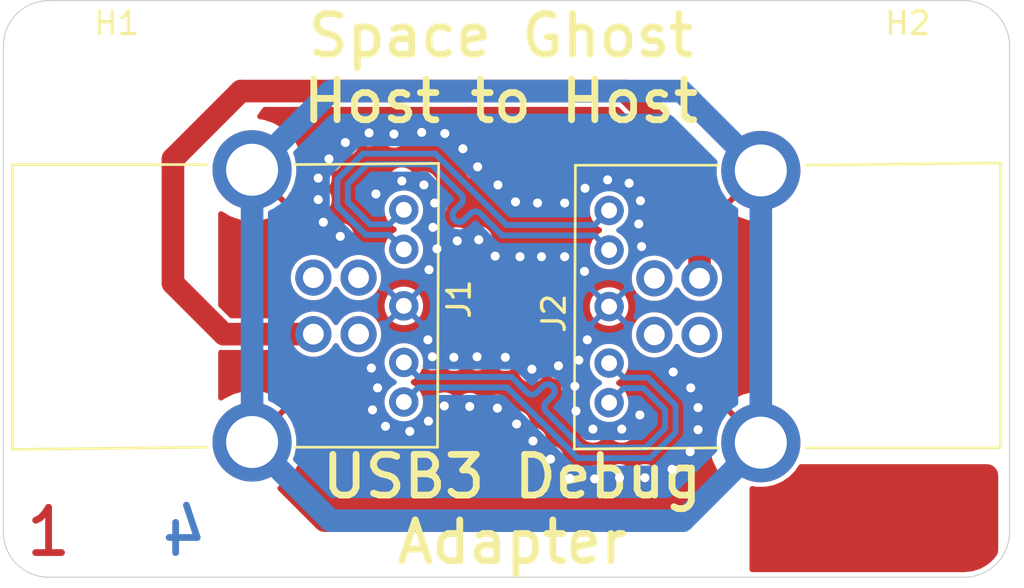
<source format=kicad_pcb>
(kicad_pcb (version 20171130) (host pcbnew 5.1.6-c6e7f7d~86~ubuntu18.04.1)

  (general
    (thickness 1.6)
    (drawings 16)
    (tracks 185)
    (zones 0)
    (modules 4)
    (nets 14)
  )

  (page A4)
  (layers
    (0 F.Cu signal)
    (1 In1.Cu signal)
    (2 In2.Cu signal)
    (31 B.Cu signal)
    (32 B.Adhes user)
    (33 F.Adhes user)
    (34 B.Paste user)
    (35 F.Paste user)
    (36 B.SilkS user)
    (37 F.SilkS user)
    (38 B.Mask user)
    (39 F.Mask user)
    (40 Dwgs.User user)
    (41 Cmts.User user)
    (42 Eco1.User user)
    (43 Eco2.User user)
    (44 Edge.Cuts user)
    (45 Margin user)
    (46 B.CrtYd user)
    (47 F.CrtYd user)
    (48 B.Fab user)
    (49 F.Fab user)
  )

  (setup
    (last_trace_width 1)
    (user_trace_width 1)
    (trace_clearance 0.2)
    (zone_clearance 0.2)
    (zone_45_only yes)
    (trace_min 0.2)
    (via_size 0.8)
    (via_drill 0.4)
    (via_min_size 0.4)
    (via_min_drill 0.3)
    (uvia_size 0.3)
    (uvia_drill 0.1)
    (uvias_allowed no)
    (uvia_min_size 0.2)
    (uvia_min_drill 0.1)
    (edge_width 0.05)
    (segment_width 0.2)
    (pcb_text_width 0.3)
    (pcb_text_size 1.5 1.5)
    (mod_edge_width 0.12)
    (mod_text_size 1 1)
    (mod_text_width 0.15)
    (pad_size 1.524 1.524)
    (pad_drill 0.762)
    (pad_to_mask_clearance 0.05)
    (aux_axis_origin 0 0)
    (visible_elements FFFFFF7F)
    (pcbplotparams
      (layerselection 0x010f0_ffffffff)
      (usegerberextensions true)
      (usegerberattributes false)
      (usegerberadvancedattributes false)
      (creategerberjobfile true)
      (excludeedgelayer true)
      (linewidth 0.100000)
      (plotframeref false)
      (viasonmask false)
      (mode 1)
      (useauxorigin false)
      (hpglpennumber 1)
      (hpglpenspeed 20)
      (hpglpendiameter 15.000000)
      (psnegative false)
      (psa4output false)
      (plotreference true)
      (plotvalue true)
      (plotinvisibletext false)
      (padsonsilk false)
      (subtractmaskfromsilk true)
      (outputformat 1)
      (mirror false)
      (drillshape 0)
      (scaleselection 1)
      (outputdirectory "spaceghostgerbers/"))
  )

  (net 0 "")
  (net 1 "Net-(J1-Pad10)")
  (net 2 /BP)
  (net 3 /BN)
  (net 4 /AP)
  (net 5 "Net-(J1-Pad1)")
  (net 6 "Net-(J1-Pad2)")
  (net 7 "Net-(J1-Pad3)")
  (net 8 "Net-(J1-Pad4)")
  (net 9 /AN)
  (net 10 "Net-(J2-Pad1)")
  (net 11 "Net-(J2-Pad2)")
  (net 12 "Net-(J2-Pad3)")
  (net 13 /DRAIN)

  (net_class Default "This is the default net class."
    (clearance 0.2)
    (trace_width 0.25)
    (via_dia 0.8)
    (via_drill 0.4)
    (uvia_dia 0.3)
    (uvia_drill 0.1)
    (diff_pair_width 0.2611)
    (diff_pair_gap 0.2032)
    (add_net /AN)
    (add_net /AP)
    (add_net /BN)
    (add_net /BP)
    (add_net /DRAIN)
    (add_net "Net-(J1-Pad1)")
    (add_net "Net-(J1-Pad10)")
    (add_net "Net-(J1-Pad2)")
    (add_net "Net-(J1-Pad3)")
    (add_net "Net-(J1-Pad4)")
    (add_net "Net-(J2-Pad1)")
    (add_net "Net-(J2-Pad2)")
    (add_net "Net-(J2-Pad3)")
  )

  (module MountingHole:MountingHole_3.2mm_M3 (layer F.Cu) (tedit 56D1B4CB) (tstamp 5EDE3BB1)
    (at 179.5 89)
    (descr "Mounting Hole 3.2mm, no annular, M3")
    (tags "mounting hole 3.2mm no annular m3")
    (path /5EDE5ACE)
    (attr virtual)
    (fp_text reference H2 (at 0 -2.5) (layer F.SilkS)
      (effects (font (size 1 1) (thickness 0.15)))
    )
    (fp_text value MountingHole (at 0 4.2) (layer F.Fab)
      (effects (font (size 1 1) (thickness 0.15)))
    )
    (fp_text user %R (at 0.3 0) (layer F.Fab)
      (effects (font (size 1 1) (thickness 0.15)))
    )
    (fp_circle (center 0 0) (end 3.2 0) (layer Cmts.User) (width 0.15))
    (fp_circle (center 0 0) (end 3.45 0) (layer F.CrtYd) (width 0.05))
    (pad 1 np_thru_hole circle (at 0 0) (size 3.2 3.2) (drill 3.2) (layers *.Cu *.Mask))
  )

  (module MountingHole:MountingHole_3.2mm_M3 (layer F.Cu) (tedit 56D1B4CB) (tstamp 5EDE3BA9)
    (at 144.5 89)
    (descr "Mounting Hole 3.2mm, no annular, M3")
    (tags "mounting hole 3.2mm no annular m3")
    (path /5EDE5600)
    (attr virtual)
    (fp_text reference H1 (at 0 -2.5) (layer F.SilkS)
      (effects (font (size 1 1) (thickness 0.15)))
    )
    (fp_text value MountingHole (at 0 4.2) (layer F.Fab)
      (effects (font (size 1 1) (thickness 0.15)))
    )
    (fp_text user %R (at 0.3 0) (layer F.Fab)
      (effects (font (size 1 1) (thickness 0.15)))
    )
    (fp_circle (center 0 0) (end 3.2 0) (layer Cmts.User) (width 0.15))
    (fp_circle (center 0 0) (end 3.45 0) (layer F.CrtYd) (width 0.05))
    (pad 1 np_thru_hole circle (at 0 0) (size 3.2 3.2) (drill 3.2) (layers *.Cu *.Mask))
  )

  (module corelib:USB3-TypeB-U235-091N-4BLRC16-2-5 (layer F.Cu) (tedit 5EDDDD0E) (tstamp 5EDE344E)
    (at 173 99.03 90)
    (path /5EDDE489)
    (fp_text reference J2 (at -0.3 -9.15 90) (layer F.SilkS)
      (effects (font (size 1 1) (thickness 0.15)))
    )
    (fp_text value USB3_B (at -0.05 -11.1 90) (layer F.Fab)
      (effects (font (size 1 1) (thickness 0.15)))
    )
    (fp_line (start -6 10.35) (end -6 -8) (layer F.Fab) (width 0.12))
    (fp_line (start -6 -8) (end 6 -8) (layer F.Fab) (width 0.12))
    (fp_line (start 6 -8) (end 6 10.35) (layer F.Fab) (width 0.12))
    (fp_line (start 6 10.35) (end -6 10.35) (layer F.Fab) (width 0.12))
    (fp_line (start -6.25 -1.85) (end -6.3 -8.25) (layer F.SilkS) (width 0.12))
    (fp_line (start -6.3 -8.25) (end 6.25 -8.2) (layer F.SilkS) (width 0.12))
    (fp_line (start 6.25 -8.2) (end 6.25 -1.9) (layer F.SilkS) (width 0.12))
    (fp_line (start 6.25 2) (end 6.35 10.6) (layer F.SilkS) (width 0.12))
    (fp_line (start 6.35 10.6) (end -6.25 10.6) (layer F.SilkS) (width 0.12))
    (fp_line (start -6.25 10.6) (end -6.25 2) (layer F.SilkS) (width 0.12))
    (pad 10 thru_hole circle (at 6.02 0 90) (size 3.5 3.5) (drill 2.3) (layers *.Cu *.Mask)
      (net 1 "Net-(J1-Pad10)"))
    (pad 10 thru_hole circle (at -6.02 0 90) (size 3.5 3.5) (drill 2.3) (layers *.Cu *.Mask)
      (net 1 "Net-(J1-Pad10)"))
    (pad 9 thru_hole circle (at 4.25 -6.71 90) (size 1.3 1.3) (drill 0.7) (layers *.Cu *.Mask)
      (net 4 /AP))
    (pad 8 thru_hole circle (at 2.5 -6.71 90) (size 1.3 1.3) (drill 0.7) (layers *.Cu *.Mask)
      (net 9 /AN))
    (pad 7 thru_hole circle (at 0 -6.71 90) (size 1.3 1.3) (drill 0.7) (layers *.Cu *.Mask)
      (net 13 /DRAIN))
    (pad 6 thru_hole circle (at -2.5 -6.71 90) (size 1.3 1.3) (drill 0.7) (layers *.Cu *.Mask)
      (net 2 /BP))
    (pad 1 thru_hole circle (at 1.25 -4.71 90) (size 1.6 1.6) (drill 0.92) (layers *.Cu *.Mask)
      (net 10 "Net-(J2-Pad1)"))
    (pad 2 thru_hole circle (at -1.25 -4.71 90) (size 1.6 1.6) (drill 0.92) (layers *.Cu *.Mask)
      (net 11 "Net-(J2-Pad2)"))
    (pad 3 thru_hole circle (at -1.25 -2.71 90) (size 1.6 1.6) (drill 0.92) (layers *.Cu *.Mask)
      (net 12 "Net-(J2-Pad3)"))
    (pad 4 thru_hole circle (at 1.25 -2.71 90) (size 1.6 1.6) (drill 0.92) (layers *.Cu *.Mask)
      (net 8 "Net-(J1-Pad4)"))
    (pad 5 thru_hole circle (at -4.25 -6.71 90) (size 1.3 1.3) (drill 0.7) (layers *.Cu *.Mask)
      (net 3 /BN))
  )

  (module corelib:USB3-TypeB-U235-091N-4BLRC16-2-5 (layer F.Cu) (tedit 5EDDDD0E) (tstamp 5EDE3435)
    (at 150.5 99 270)
    (path /5EDDD51E)
    (fp_text reference J1 (at -0.3 -9.15 90) (layer F.SilkS)
      (effects (font (size 1 1) (thickness 0.15)))
    )
    (fp_text value USB3_B (at -0.05 -11.1 90) (layer F.Fab)
      (effects (font (size 1 1) (thickness 0.15)))
    )
    (fp_line (start -6 10.35) (end -6 -8) (layer F.Fab) (width 0.12))
    (fp_line (start -6 -8) (end 6 -8) (layer F.Fab) (width 0.12))
    (fp_line (start 6 -8) (end 6 10.35) (layer F.Fab) (width 0.12))
    (fp_line (start 6 10.35) (end -6 10.35) (layer F.Fab) (width 0.12))
    (fp_line (start -6.25 -1.85) (end -6.3 -8.25) (layer F.SilkS) (width 0.12))
    (fp_line (start -6.3 -8.25) (end 6.25 -8.2) (layer F.SilkS) (width 0.12))
    (fp_line (start 6.25 -8.2) (end 6.25 -1.9) (layer F.SilkS) (width 0.12))
    (fp_line (start 6.25 2) (end 6.35 10.6) (layer F.SilkS) (width 0.12))
    (fp_line (start 6.35 10.6) (end -6.25 10.6) (layer F.SilkS) (width 0.12))
    (fp_line (start -6.25 10.6) (end -6.25 2) (layer F.SilkS) (width 0.12))
    (pad 10 thru_hole circle (at 6.02 0 270) (size 3.5 3.5) (drill 2.3) (layers *.Cu *.Mask)
      (net 1 "Net-(J1-Pad10)"))
    (pad 10 thru_hole circle (at -6.02 0 270) (size 3.5 3.5) (drill 2.3) (layers *.Cu *.Mask)
      (net 1 "Net-(J1-Pad10)"))
    (pad 9 thru_hole circle (at 4.25 -6.71 270) (size 1.3 1.3) (drill 0.7) (layers *.Cu *.Mask)
      (net 2 /BP))
    (pad 8 thru_hole circle (at 2.5 -6.71 270) (size 1.3 1.3) (drill 0.7) (layers *.Cu *.Mask)
      (net 3 /BN))
    (pad 7 thru_hole circle (at 0 -6.71 270) (size 1.3 1.3) (drill 0.7) (layers *.Cu *.Mask)
      (net 13 /DRAIN))
    (pad 6 thru_hole circle (at -2.5 -6.71 270) (size 1.3 1.3) (drill 0.7) (layers *.Cu *.Mask)
      (net 4 /AP))
    (pad 1 thru_hole circle (at 1.25 -4.71 270) (size 1.6 1.6) (drill 0.92) (layers *.Cu *.Mask)
      (net 5 "Net-(J1-Pad1)"))
    (pad 2 thru_hole circle (at -1.25 -4.71 270) (size 1.6 1.6) (drill 0.92) (layers *.Cu *.Mask)
      (net 6 "Net-(J1-Pad2)"))
    (pad 3 thru_hole circle (at -1.25 -2.71 270) (size 1.6 1.6) (drill 0.92) (layers *.Cu *.Mask)
      (net 7 "Net-(J1-Pad3)"))
    (pad 4 thru_hole circle (at 1.25 -2.71 270) (size 1.6 1.6) (drill 0.92) (layers *.Cu *.Mask)
      (net 8 "Net-(J1-Pad4)"))
    (pad 5 thru_hole circle (at -4.25 -6.71 270) (size 1.3 1.3) (drill 0.7) (layers *.Cu *.Mask)
      (net 9 /AN))
  )

  (gr_text "design by\nKliment" (at 178.5 108.5) (layer F.Mask)
    (effects (font (size 1.3 1.3) (thickness 0.3)))
  )
  (gr_text "USB3 Debug\nAdapter" (at 162 108) (layer F.SilkS)
    (effects (font (size 1.8 1.8) (thickness 0.3)))
  )
  (gr_text "Space Ghost\nHost to Host" (at 161.5 88.5) (layer F.SilkS)
    (effects (font (size 1.8 1.8) (thickness 0.3)))
  )
  (gr_text 4 (at 147.5 109) (layer B.Cu)
    (effects (font (size 2 2) (thickness 0.3)) (justify mirror))
  )
  (gr_text 3 (at 145.5 109) (layer In2.Cu) (tstamp 5EDE3A7C)
    (effects (font (size 2 2) (thickness 0.3)))
  )
  (gr_text 2 (at 143.5 109) (layer In1.Cu) (tstamp 5EDE3A78)
    (effects (font (size 2 2) (thickness 0.3)))
  )
  (gr_text 1 (at 141.5 109) (layer F.Cu)
    (effects (font (size 2 2) (thickness 0.3)))
  )
  (gr_arc (start 141.5 109) (end 139.5 109) (angle -90) (layer Edge.Cuts) (width 0.05))
  (gr_arc (start 182 109) (end 182 111) (angle -90) (layer Edge.Cuts) (width 0.05))
  (gr_arc (start 182 87.5) (end 184 87.5) (angle -90) (layer Edge.Cuts) (width 0.05))
  (gr_arc (start 141.5 87.5) (end 141.5 85.5) (angle -90) (layer Edge.Cuts) (width 0.05))
  (gr_line (start 182 111) (end 141.5 111) (layer Edge.Cuts) (width 0.05) (tstamp 5EDE38F5))
  (gr_line (start 184 99) (end 184 109) (layer Edge.Cuts) (width 0.05))
  (gr_line (start 139.5 87.5) (end 139.5 109) (layer Edge.Cuts) (width 0.05))
  (gr_line (start 182 85.5) (end 141.5 85.5) (layer Edge.Cuts) (width 0.05))
  (gr_line (start 184 99) (end 184 87.5) (layer Edge.Cuts) (width 0.05))

  (segment (start 150.5 92.98) (end 150.5 105.02) (width 1) (layer B.Cu) (net 1))
  (segment (start 150.5 105.02) (end 153.98 108.5) (width 1) (layer B.Cu) (net 1))
  (segment (start 169.55 108.5) (end 173 105.05) (width 1) (layer B.Cu) (net 1))
  (segment (start 153.98 108.5) (end 169.55 108.5) (width 1) (layer B.Cu) (net 1))
  (segment (start 173 105.05) (end 173 93.01) (width 1) (layer B.Cu) (net 1))
  (segment (start 153.98 89.5) (end 150.5 92.98) (width 1) (layer B.Cu) (net 1))
  (segment (start 173 93.01) (end 169.49 89.5) (width 1) (layer B.Cu) (net 1))
  (segment (start 169.49 89.5) (end 153.98 89.5) (width 1) (layer B.Cu) (net 1))
  (segment (start 166.29 101.53) (end 166.93285 102.17285) (width 0.2611) (layer B.Cu) (net 2))
  (segment (start 166.93285 102.17285) (end 168.00116 102.17285) (width 0.2611) (layer B.Cu) (net 2))
  (segment (start 168.00116 102.17285) (end 169.23215 103.40384) (width 0.2611) (layer B.Cu) (net 2))
  (segment (start 169.23215 103.40384) (end 169.23215 104.59616) (width 0.2611) (layer B.Cu) (net 2))
  (segment (start 169.23215 104.59616) (end 168.09616 105.73215) (width 0.2611) (layer B.Cu) (net 2))
  (segment (start 168.09616 105.73215) (end 164.90384 105.73215) (width 0.2611) (layer B.Cu) (net 2))
  (segment (start 157.85285 102.60715) (end 157.21 103.25) (width 0.2611) (layer B.Cu) (net 2))
  (segment (start 164.90384 105.73215) (end 161.77884 102.60715) (width 0.2611) (layer B.Cu) (net 2))
  (segment (start 161.77884 102.60715) (end 157.85285 102.60715) (width 0.2611) (layer B.Cu) (net 2))
  (segment (start 167.80884 102.63715) (end 166.93285 102.63715) (width 0.2611) (layer B.Cu) (net 3))
  (segment (start 168.76785 103.59616) (end 167.80884 102.63715) (width 0.2611) (layer B.Cu) (net 3))
  (segment (start 163.616982 102.467019) (end 163.682477 102.481969) (width 0.2611) (layer B.Cu) (net 3))
  (segment (start 163.795524 102.553001) (end 163.83741 102.605524) (width 0.2611) (layer B.Cu) (net 3))
  (segment (start 163.470797 103.312631) (end 163.441649 103.373157) (width 0.2611) (layer B.Cu) (net 3))
  (segment (start 163.423783 102.511116) (end 163.484309 102.481968) (width 0.2611) (layer B.Cu) (net 3))
  (segment (start 163.035896 102.87773) (end 163.088419 102.835845) (width 0.2611) (layer B.Cu) (net 3))
  (segment (start 163.37126 102.553001) (end 163.423783 102.511116) (width 0.2611) (layer B.Cu) (net 3))
  (segment (start 162.842696 102.921825) (end 162.909876 102.921826) (width 0.2611) (layer B.Cu) (net 3))
  (segment (start 162.975369 102.906876) (end 163.035896 102.87773) (width 0.2611) (layer B.Cu) (net 3))
  (segment (start 166.93285 102.63715) (end 166.29 103.28) (width 0.2611) (layer B.Cu) (net 3))
  (segment (start 157.85285 102.14285) (end 161.97116 102.14285) (width 0.2611) (layer B.Cu) (net 3))
  (segment (start 163.088419 102.835845) (end 163.37126 102.553001) (width 0.2611) (layer B.Cu) (net 3))
  (segment (start 163.549804 102.46702) (end 163.616982 102.467019) (width 0.2611) (layer B.Cu) (net 3))
  (segment (start 162.716676 102.877729) (end 162.777203 102.906877) (width 0.2611) (layer B.Cu) (net 3))
  (segment (start 162.664155 102.835845) (end 162.716676 102.877729) (width 0.2611) (layer B.Cu) (net 3))
  (segment (start 167.90384 105.26785) (end 168.76785 104.40384) (width 0.2611) (layer B.Cu) (net 3))
  (segment (start 157.21 101.5) (end 157.85285 102.14285) (width 0.2611) (layer B.Cu) (net 3))
  (segment (start 168.76785 104.40384) (end 168.76785 103.59616) (width 0.2611) (layer B.Cu) (net 3))
  (segment (start 162.909876 102.921826) (end 162.975369 102.906876) (width 0.2611) (layer B.Cu) (net 3))
  (segment (start 161.97116 102.14285) (end 162.664155 102.835845) (width 0.2611) (layer B.Cu) (net 3))
  (segment (start 163.484309 102.481968) (end 163.549804 102.46702) (width 0.2611) (layer B.Cu) (net 3))
  (segment (start 162.777203 102.906877) (end 162.842696 102.921825) (width 0.2611) (layer B.Cu) (net 3))
  (segment (start 163.512682 103.260108) (end 163.470797 103.312631) (width 0.2611) (layer B.Cu) (net 3))
  (segment (start 163.441648 103.571323) (end 163.470796 103.631849) (width 0.2611) (layer B.Cu) (net 3))
  (segment (start 163.682477 102.481969) (end 163.743003 102.511117) (width 0.2611) (layer B.Cu) (net 3))
  (segment (start 163.426699 103.43865) (end 163.4267 103.50583) (width 0.2611) (layer B.Cu) (net 3))
  (segment (start 163.83741 102.605524) (end 163.866556 102.666049) (width 0.2611) (layer B.Cu) (net 3))
  (segment (start 163.4267 103.50583) (end 163.441648 103.571323) (width 0.2611) (layer B.Cu) (net 3))
  (segment (start 163.866556 102.666049) (end 163.881506 102.731544) (width 0.2611) (layer B.Cu) (net 3))
  (segment (start 165.09616 105.26785) (end 167.90384 105.26785) (width 0.2611) (layer B.Cu) (net 3))
  (segment (start 163.881506 102.731544) (end 163.881505 102.798722) (width 0.2611) (layer B.Cu) (net 3))
  (segment (start 163.795524 102.977265) (end 163.512682 103.260108) (width 0.2611) (layer B.Cu) (net 3))
  (segment (start 163.881505 102.798722) (end 163.866557 102.864217) (width 0.2611) (layer B.Cu) (net 3))
  (segment (start 163.866557 102.864217) (end 163.837409 102.924742) (width 0.2611) (layer B.Cu) (net 3))
  (segment (start 163.837409 102.924742) (end 163.795524 102.977265) (width 0.2611) (layer B.Cu) (net 3))
  (segment (start 163.441649 103.373157) (end 163.426699 103.43865) (width 0.2611) (layer B.Cu) (net 3))
  (segment (start 163.470796 103.631849) (end 163.512683 103.684373) (width 0.2611) (layer B.Cu) (net 3))
  (segment (start 163.743003 102.511117) (end 163.795524 102.553001) (width 0.2611) (layer B.Cu) (net 3))
  (segment (start 163.512683 103.684373) (end 165.09616 105.26785) (width 0.2611) (layer B.Cu) (net 3))
  (segment (start 157.21 96.5) (end 156.56715 95.85715) (width 0.2611) (layer B.Cu) (net 4))
  (segment (start 156.56715 95.85715) (end 155.52884 95.85715) (width 0.2611) (layer B.Cu) (net 4))
  (segment (start 155.52884 95.85715) (end 154.26785 94.59616) (width 0.2611) (layer B.Cu) (net 4))
  (segment (start 154.26785 94.59616) (end 154.26785 93.40384) (width 0.2611) (layer B.Cu) (net 4))
  (segment (start 154.26785 93.40384) (end 155.40384 92.26785) (width 0.2611) (layer B.Cu) (net 4))
  (segment (start 155.40384 92.26785) (end 158.59616 92.26785) (width 0.2611) (layer B.Cu) (net 4))
  (segment (start 165.64715 95.42285) (end 166.29 94.78) (width 0.2611) (layer B.Cu) (net 4))
  (segment (start 158.59616 92.26785) (end 161.75116 95.42285) (width 0.2611) (layer B.Cu) (net 4))
  (segment (start 161.75116 95.42285) (end 165.64715 95.42285) (width 0.2611) (layer B.Cu) (net 4))
  (segment (start 170.29 92.79) (end 167 89.5) (width 1) (layer F.Cu) (net 8))
  (segment (start 147 92.5) (end 147 98) (width 1) (layer F.Cu) (net 8))
  (segment (start 170.29 97.78) (end 170.29 92.79) (width 1) (layer F.Cu) (net 8))
  (segment (start 167 89.5) (end 150 89.5) (width 1) (layer F.Cu) (net 8))
  (segment (start 150 89.5) (end 147 92.5) (width 1) (layer F.Cu) (net 8))
  (segment (start 149.25 100.25) (end 153.21 100.25) (width 1) (layer F.Cu) (net 8))
  (segment (start 147 98) (end 149.25 100.25) (width 1) (layer F.Cu) (net 8))
  (segment (start 155.72116 95.39285) (end 156.56715 95.39285) (width 0.2611) (layer B.Cu) (net 9))
  (segment (start 159.633015 95.282979) (end 159.567522 95.268031) (width 0.2611) (layer B.Cu) (net 9))
  (segment (start 159.823298 94.311347) (end 159.823297 94.244167) (width 0.2611) (layer B.Cu) (net 9))
  (segment (start 159.700195 95.28298) (end 159.633015 95.282979) (width 0.2611) (layer B.Cu) (net 9))
  (segment (start 159.7792 94.437366) (end 159.808348 94.37684) (width 0.2611) (layer B.Cu) (net 9))
  (segment (start 159.826214 95.238882) (end 159.765688 95.26803) (width 0.2611) (layer B.Cu) (net 9))
  (segment (start 160.407303 94.828174) (end 160.340123 94.828173) (width 0.2611) (layer B.Cu) (net 9))
  (segment (start 159.383441 94.885782) (end 159.412587 94.825255) (width 0.2611) (layer B.Cu) (net 9))
  (segment (start 159.878737 95.196997) (end 159.826214 95.238882) (width 0.2611) (layer B.Cu) (net 9))
  (segment (start 159.506996 95.238883) (end 159.454473 95.196997) (width 0.2611) (layer B.Cu) (net 9))
  (segment (start 159.779201 94.118148) (end 159.737316 94.065626) (width 0.2611) (layer B.Cu) (net 9))
  (segment (start 160.27463 94.843123) (end 160.214103 94.872269) (width 0.2611) (layer B.Cu) (net 9))
  (segment (start 159.454473 95.196997) (end 159.412588 95.144475) (width 0.2611) (layer B.Cu) (net 9))
  (segment (start 165.64715 95.88715) (end 161.55884 95.88715) (width 0.2611) (layer B.Cu) (net 9))
  (segment (start 160.214103 94.872269) (end 160.161581 94.914156) (width 0.2611) (layer B.Cu) (net 9))
  (segment (start 160.340123 94.828173) (end 160.27463 94.843123) (width 0.2611) (layer B.Cu) (net 9))
  (segment (start 166.29 96.53) (end 165.64715 95.88715) (width 0.2611) (layer B.Cu) (net 9))
  (segment (start 160.161581 94.914156) (end 159.878737 95.196997) (width 0.2611) (layer B.Cu) (net 9))
  (segment (start 161.55884 95.88715) (end 160.585845 94.914155) (width 0.2611) (layer B.Cu) (net 9))
  (segment (start 159.737316 94.065626) (end 158.40384 92.73215) (width 0.2611) (layer B.Cu) (net 9))
  (segment (start 160.585845 94.914155) (end 160.533323 94.87227) (width 0.2611) (layer B.Cu) (net 9))
  (segment (start 160.472796 94.843122) (end 160.407303 94.828174) (width 0.2611) (layer B.Cu) (net 9))
  (segment (start 160.533323 94.87227) (end 160.472796 94.843122) (width 0.2611) (layer B.Cu) (net 9))
  (segment (start 159.567522 95.268031) (end 159.506996 95.238883) (width 0.2611) (layer B.Cu) (net 9))
  (segment (start 159.412588 95.144475) (end 159.38344 95.083948) (width 0.2611) (layer B.Cu) (net 9))
  (segment (start 159.38344 95.083948) (end 159.368492 95.018455) (width 0.2611) (layer B.Cu) (net 9))
  (segment (start 159.765688 95.26803) (end 159.700195 95.28298) (width 0.2611) (layer B.Cu) (net 9))
  (segment (start 159.368492 95.018455) (end 159.368491 94.951275) (width 0.2611) (layer B.Cu) (net 9))
  (segment (start 159.368491 94.951275) (end 159.383441 94.885782) (width 0.2611) (layer B.Cu) (net 9))
  (segment (start 159.412587 94.825255) (end 159.454474 94.772733) (width 0.2611) (layer B.Cu) (net 9))
  (segment (start 159.823297 94.244167) (end 159.808349 94.178674) (width 0.2611) (layer B.Cu) (net 9))
  (segment (start 159.454474 94.772733) (end 159.737315 94.489889) (width 0.2611) (layer B.Cu) (net 9))
  (segment (start 154.73215 94.40384) (end 155.72116 95.39285) (width 0.2611) (layer B.Cu) (net 9))
  (segment (start 159.737315 94.489889) (end 159.7792 94.437366) (width 0.2611) (layer B.Cu) (net 9))
  (segment (start 159.808349 94.178674) (end 159.779201 94.118148) (width 0.2611) (layer B.Cu) (net 9))
  (segment (start 154.73215 93.59616) (end 154.73215 94.40384) (width 0.2611) (layer B.Cu) (net 9))
  (segment (start 159.808348 94.37684) (end 159.823298 94.311347) (width 0.2611) (layer B.Cu) (net 9))
  (segment (start 158.40384 92.73215) (end 155.59616 92.73215) (width 0.2611) (layer B.Cu) (net 9))
  (segment (start 156.56715 95.39285) (end 157.21 94.75) (width 0.2611) (layer B.Cu) (net 9))
  (segment (start 155.59616 92.73215) (end 154.73215 93.59616) (width 0.2611) (layer B.Cu) (net 9))
  (via (at 167.725 96.375) (size 0.8) (drill 0.4) (layers F.Cu B.Cu) (net 13))
  (via (at 167.6 95.375) (size 0.8) (drill 0.4) (layers F.Cu B.Cu) (net 13))
  (via (at 167.675 94.35) (size 0.8) (drill 0.4) (layers F.Cu B.Cu) (net 13))
  (via (at 167.175 93.575) (size 0.8) (drill 0.4) (layers F.Cu B.Cu) (net 13))
  (via (at 166.225 93.425) (size 0.8) (drill 0.4) (layers F.Cu B.Cu) (net 13))
  (via (at 165.225 93.8) (size 0.8) (drill 0.4) (layers F.Cu B.Cu) (net 13))
  (via (at 164.325 94.45) (size 0.8) (drill 0.4) (layers F.Cu B.Cu) (net 13))
  (via (at 163.125 94.45) (size 0.8) (drill 0.4) (layers F.Cu B.Cu) (net 13))
  (via (at 162.15 94.4) (size 0.8) (drill 0.4) (layers F.Cu B.Cu) (net 13))
  (via (at 161.375 93.65) (size 0.8) (drill 0.4) (layers F.Cu B.Cu) (net 13))
  (via (at 160.475 92.85) (size 0.8) (drill 0.4) (layers F.Cu B.Cu) (net 13))
  (via (at 159.825 92.05) (size 0.8) (drill 0.4) (layers F.Cu B.Cu) (net 13))
  (via (at 159.025 91.375) (size 0.8) (drill 0.4) (layers F.Cu B.Cu) (net 13))
  (via (at 158 91.325) (size 0.8) (drill 0.4) (layers F.Cu B.Cu) (net 13))
  (via (at 156.775 91.4) (size 0.8) (drill 0.4) (layers F.Cu B.Cu) (net 13))
  (via (at 155.675 91.35) (size 0.8) (drill 0.4) (layers F.Cu B.Cu) (net 13))
  (via (at 154.625 91.775) (size 0.8) (drill 0.4) (layers F.Cu B.Cu) (net 13))
  (via (at 153.9 92.5) (size 0.8) (drill 0.4) (layers F.Cu B.Cu) (net 13))
  (via (at 153.425 93.35) (size 0.8) (drill 0.4) (layers F.Cu B.Cu) (net 13))
  (via (at 153.425 94.3) (size 0.8) (drill 0.4) (layers F.Cu B.Cu) (net 13))
  (via (at 153.65 95.3) (size 0.8) (drill 0.4) (layers F.Cu B.Cu) (net 13))
  (via (at 154.4 95.925) (size 0.8) (drill 0.4) (layers F.Cu B.Cu) (net 13))
  (via (at 155.975 94.05) (size 0.8) (drill 0.4) (layers F.Cu B.Cu) (net 13))
  (via (at 157.125 93.475) (size 0.8) (drill 0.4) (layers F.Cu B.Cu) (net 13))
  (via (at 158.1 93.65) (size 0.8) (drill 0.4) (layers F.Cu B.Cu) (net 13))
  (via (at 158.575 94.45) (size 0.8) (drill 0.4) (layers F.Cu B.Cu) (net 13))
  (via (at 158.5 95.525) (size 0.8) (drill 0.4) (layers F.Cu B.Cu) (net 13))
  (via (at 158.675 96.475) (size 0.8) (drill 0.4) (layers F.Cu B.Cu) (net 13))
  (via (at 158.325 97.4) (size 0.8) (drill 0.4) (layers F.Cu B.Cu) (net 13))
  (via (at 159.575 96.125) (size 0.8) (drill 0.4) (layers F.Cu B.Cu) (net 13))
  (via (at 160.525 96.075) (size 0.8) (drill 0.4) (layers F.Cu B.Cu) (net 13))
  (via (at 161.25 96.8) (size 0.8) (drill 0.4) (layers F.Cu B.Cu) (net 13))
  (via (at 162.35 96.825) (size 0.8) (drill 0.4) (layers F.Cu B.Cu) (net 13))
  (via (at 163.3 96.825) (size 0.8) (drill 0.4) (layers F.Cu B.Cu) (net 13))
  (via (at 164.325 96.825) (size 0.8) (drill 0.4) (layers F.Cu B.Cu) (net 13))
  (via (at 165.2 97.475) (size 0.8) (drill 0.4) (layers F.Cu B.Cu) (net 13))
  (via (at 158.275 100.5) (size 0.8) (drill 0.4) (layers F.Cu B.Cu) (net 13))
  (via (at 155.775 101.75) (size 0.8) (drill 0.4) (layers F.Cu B.Cu) (net 13))
  (via (at 156.05 102.625) (size 0.8) (drill 0.4) (layers F.Cu B.Cu) (net 13))
  (via (at 155.825 103.6) (size 0.8) (drill 0.4) (layers F.Cu B.Cu) (net 13))
  (via (at 156.4 104.325) (size 0.8) (drill 0.4) (layers F.Cu B.Cu) (net 13))
  (via (at 157.475 104.55) (size 0.8) (drill 0.4) (layers F.Cu B.Cu) (net 13))
  (via (at 158.3 104.1) (size 0.8) (drill 0.4) (layers F.Cu B.Cu) (net 13))
  (via (at 159 103.425) (size 0.8) (drill 0.4) (layers F.Cu B.Cu) (net 13))
  (via (at 160.125 103.45) (size 0.8) (drill 0.4) (layers F.Cu B.Cu) (net 13))
  (via (at 161.35 103.525) (size 0.8) (drill 0.4) (layers F.Cu B.Cu) (net 13))
  (via (at 162.2 104.225) (size 0.8) (drill 0.4) (layers F.Cu B.Cu) (net 13))
  (via (at 162.925 104.975) (size 0.8) (drill 0.4) (layers F.Cu B.Cu) (net 13))
  (via (at 163.7 105.775) (size 0.8) (drill 0.4) (layers F.Cu B.Cu) (net 13))
  (via (at 164.55 106.625) (size 0.8) (drill 0.4) (layers F.Cu B.Cu) (net 13))
  (via (at 165.65 106.65) (size 0.8) (drill 0.4) (layers F.Cu B.Cu) (net 13))
  (via (at 166.75 106.6) (size 0.8) (drill 0.4) (layers F.Cu B.Cu) (net 13))
  (via (at 167.875 106.6) (size 0.8) (drill 0.4) (layers F.Cu B.Cu) (net 13))
  (via (at 169.075 106.225) (size 0.8) (drill 0.4) (layers F.Cu B.Cu) (net 13))
  (via (at 169.875 105.45) (size 0.8) (drill 0.4) (layers F.Cu B.Cu) (net 13))
  (via (at 170.225 104.475) (size 0.8) (drill 0.4) (layers F.Cu B.Cu) (net 13))
  (via (at 170.225 103.5) (size 0.8) (drill 0.4) (layers F.Cu B.Cu) (net 13))
  (via (at 169.9 102.625) (size 0.8) (drill 0.4) (layers F.Cu B.Cu) (net 13))
  (via (at 169.125 101.925) (size 0.8) (drill 0.4) (layers F.Cu B.Cu) (net 13))
  (via (at 167.65 103.825) (size 0.8) (drill 0.4) (layers F.Cu B.Cu) (net 13))
  (via (at 166.85 104.45) (size 0.8) (drill 0.4) (layers F.Cu B.Cu) (net 13))
  (via (at 165.575 104.45) (size 0.8) (drill 0.4) (layers F.Cu B.Cu) (net 13))
  (via (at 164.825 103.65) (size 0.8) (drill 0.4) (layers F.Cu B.Cu) (net 13))
  (via (at 164.775 102.55) (size 0.8) (drill 0.4) (layers F.Cu B.Cu) (net 13))
  (via (at 164.05 101.65) (size 0.8) (drill 0.4) (layers F.Cu B.Cu) (net 13))
  (via (at 162.875 101.8) (size 0.8) (drill 0.4) (layers F.Cu B.Cu) (net 13))
  (via (at 161.7 101.275) (size 0.8) (drill 0.4) (layers F.Cu B.Cu) (net 13))
  (via (at 160.45 101.25) (size 0.8) (drill 0.4) (layers F.Cu B.Cu) (net 13))
  (via (at 159.425 101.275) (size 0.8) (drill 0.4) (layers F.Cu B.Cu) (net 13))
  (via (at 158.475 101.25) (size 0.8) (drill 0.4) (layers F.Cu B.Cu) (net 13))
  (via (at 164.95 101.4) (size 0.8) (drill 0.4) (layers F.Cu B.Cu) (net 13))
  (via (at 165.325 100.5) (size 0.8) (drill 0.4) (layers F.Cu B.Cu) (net 13))

  (zone (net 13) (net_name /DRAIN) (layer B.Cu) (tstamp 5EDE3E11) (hatch edge 0.508)
    (connect_pads (clearance 0.2))
    (min_thickness 0.25)
    (fill yes (arc_segments 32) (thermal_gap 0.508) (thermal_bridge_width 0.254) (smoothing fillet) (radius 0.5))
    (polygon
      (pts
        (xy 172 93.5) (xy 172 104.5) (xy 169 107.5) (xy 151 107.5) (xy 151 93.5)
        (xy 154 90.5) (xy 169 90.5)
      )
    )
    (filled_polygon
      (pts
        (xy 168.889673 90.63882) (xy 168.979854 90.676174) (xy 169.063854 90.74063) (xy 170.958822 92.635598) (xy 170.925 92.80563)
        (xy 170.925 93.21437) (xy 171.004741 93.615255) (xy 171.161159 93.992881) (xy 171.388242 94.332735) (xy 171.677265 94.621758)
        (xy 171.875 94.75388) (xy 171.875 103.30612) (xy 171.677265 103.438242) (xy 171.388242 103.727265) (xy 171.161159 104.067119)
        (xy 171.004741 104.444745) (xy 170.925 104.84563) (xy 170.925 105.25437) (xy 170.948867 105.374357) (xy 169.063854 107.25937)
        (xy 168.979854 107.323826) (xy 168.889673 107.36118) (xy 168.784697 107.375) (xy 154.021726 107.375) (xy 152.429862 105.783137)
        (xy 152.495259 105.625255) (xy 152.575 105.22437) (xy 152.575 104.81563) (xy 152.495259 104.414745) (xy 152.338841 104.037119)
        (xy 152.111758 103.697265) (xy 151.822735 103.408242) (xy 151.482881 103.181159) (xy 151.325 103.115762) (xy 151.325 101.403971)
        (xy 156.235 101.403971) (xy 156.235 101.596029) (xy 156.272468 101.784397) (xy 156.345966 101.961836) (xy 156.452668 102.121527)
        (xy 156.588473 102.257332) (xy 156.748164 102.364034) (xy 156.774638 102.375) (xy 156.748164 102.385966) (xy 156.588473 102.492668)
        (xy 156.452668 102.628473) (xy 156.345966 102.788164) (xy 156.272468 102.965603) (xy 156.235 103.153971) (xy 156.235 103.346029)
        (xy 156.272468 103.534397) (xy 156.345966 103.711836) (xy 156.452668 103.871527) (xy 156.588473 104.007332) (xy 156.748164 104.114034)
        (xy 156.925603 104.187532) (xy 157.113971 104.225) (xy 157.306029 104.225) (xy 157.494397 104.187532) (xy 157.671836 104.114034)
        (xy 157.831527 104.007332) (xy 157.967332 103.871527) (xy 158.074034 103.711836) (xy 158.147532 103.534397) (xy 158.185 103.346029)
        (xy 158.185 103.153971) (xy 158.166845 103.0627) (xy 161.590146 103.0627) (xy 164.565894 106.038449) (xy 164.580159 106.055831)
        (xy 164.649526 106.112759) (xy 164.728665 106.15506) (xy 164.774564 106.168983) (xy 164.814535 106.181108) (xy 164.829669 106.182598)
        (xy 164.881463 106.1877) (xy 164.88147 106.1877) (xy 164.903839 106.189903) (xy 164.926208 106.1877) (xy 168.073783 106.1877)
        (xy 168.09616 106.189904) (xy 168.185464 106.181108) (xy 168.205449 106.175045) (xy 168.271335 106.15506) (xy 168.350474 106.112759)
        (xy 168.419841 106.055831) (xy 168.434111 106.038443) (xy 169.538449 104.934106) (xy 169.555831 104.919841) (xy 169.612759 104.850474)
        (xy 169.65506 104.771335) (xy 169.675862 104.702759) (xy 169.681108 104.685465) (xy 169.683798 104.658153) (xy 169.6877 104.618537)
        (xy 169.6877 104.61853) (xy 169.689903 104.596161) (xy 169.6877 104.573792) (xy 169.6877 103.426217) (xy 169.689904 103.40384)
        (xy 169.681108 103.314536) (xy 169.65506 103.228665) (xy 169.648533 103.216454) (xy 169.612759 103.149526) (xy 169.555831 103.080159)
        (xy 169.53845 103.065895) (xy 168.339111 101.866557) (xy 168.324841 101.849169) (xy 168.255474 101.792241) (xy 168.176335 101.74994)
        (xy 168.110449 101.729955) (xy 168.090464 101.723892) (xy 168.00116 101.715096) (xy 167.978783 101.7173) (xy 167.246845 101.7173)
        (xy 167.265 101.626029) (xy 167.265 101.433971) (xy 167.227532 101.245603) (xy 167.154034 101.068164) (xy 167.047332 100.908473)
        (xy 166.911527 100.772668) (xy 166.751836 100.665966) (xy 166.574397 100.592468) (xy 166.386029 100.555) (xy 166.193971 100.555)
        (xy 166.005603 100.592468) (xy 165.828164 100.665966) (xy 165.668473 100.772668) (xy 165.532668 100.908473) (xy 165.425966 101.068164)
        (xy 165.352468 101.245603) (xy 165.315 101.433971) (xy 165.315 101.626029) (xy 165.352468 101.814397) (xy 165.425966 101.991836)
        (xy 165.532668 102.151527) (xy 165.668473 102.287332) (xy 165.828164 102.394034) (xy 165.854638 102.405) (xy 165.828164 102.415966)
        (xy 165.668473 102.522668) (xy 165.532668 102.658473) (xy 165.425966 102.818164) (xy 165.352468 102.995603) (xy 165.315 103.183971)
        (xy 165.315 103.376029) (xy 165.352468 103.564397) (xy 165.425966 103.741836) (xy 165.532668 103.901527) (xy 165.668473 104.037332)
        (xy 165.828164 104.144034) (xy 166.005603 104.217532) (xy 166.193971 104.255) (xy 166.386029 104.255) (xy 166.574397 104.217532)
        (xy 166.751836 104.144034) (xy 166.911527 104.037332) (xy 167.047332 103.901527) (xy 167.154034 103.741836) (xy 167.227532 103.564397)
        (xy 167.265 103.376029) (xy 167.265 103.183971) (xy 167.246845 103.0927) (xy 167.620146 103.0927) (xy 168.312301 103.784856)
        (xy 168.3123 104.215145) (xy 167.715146 104.8123) (xy 165.284855 104.8123) (xy 163.944794 103.47224) (xy 164.088203 103.32883)
        (xy 164.090856 103.327003) (xy 164.119883 103.29715) (xy 164.13347 103.283563) (xy 164.135504 103.281084) (xy 164.137737 103.278788)
        (xy 164.149701 103.263786) (xy 164.176132 103.231579) (xy 164.177652 103.228735) (xy 164.183612 103.221261) (xy 164.203156 103.2)
        (xy 164.223176 103.167125) (xy 164.244099 103.134839) (xy 164.254775 103.108006) (xy 164.270061 103.076266) (xy 164.284389 103.051178)
        (xy 164.296588 103.014681) (xy 164.3098 102.978557) (xy 164.31424 102.950007) (xy 164.322078 102.915664) (xy 164.330461 102.888031)
        (xy 164.334233 102.849737) (xy 164.339078 102.811556) (xy 164.337055 102.782752) (xy 164.337055 102.74752) (xy 164.339079 102.718697)
        (xy 164.334235 102.680534) (xy 164.330465 102.642248) (xy 164.322078 102.614597) (xy 164.31424 102.58026) (xy 164.309802 102.551721)
        (xy 164.296577 102.515559) (xy 164.284382 102.479076) (xy 164.270063 102.454005) (xy 164.254776 102.42226) (xy 164.244098 102.395423)
        (xy 164.223176 102.36314) (xy 164.203164 102.330276) (xy 164.183616 102.309009) (xy 164.161646 102.281458) (xy 164.145264 102.257671)
        (xy 164.117679 102.230849) (xy 164.090852 102.20326) (xy 164.067064 102.186878) (xy 164.039522 102.164913) (xy 164.018258 102.145368)
        (xy 163.985406 102.125363) (xy 163.953103 102.104428) (xy 163.926258 102.093747) (xy 163.894535 102.07847) (xy 163.869451 102.064143)
        (xy 163.832941 102.051939) (xy 163.796814 102.038726) (xy 163.768279 102.034288) (xy 163.733926 102.026446) (xy 163.706278 102.01806)
        (xy 163.667993 102.01429) (xy 163.629828 102.009446) (xy 163.601006 102.01147) (xy 163.565774 102.01147) (xy 163.53697 102.009447)
        (xy 163.498789 102.014292) (xy 163.460495 102.018064) (xy 163.432862 102.026447) (xy 163.398522 102.034284) (xy 163.369972 102.038724)
        (xy 163.333848 102.051936) (xy 163.297348 102.064136) (xy 163.272257 102.078466) (xy 163.240526 102.093747) (xy 163.213686 102.104426)
        (xy 163.18139 102.125356) (xy 163.148528 102.145367) (xy 163.127265 102.164912) (xy 163.119788 102.170874) (xy 163.116943 102.172395)
        (xy 163.084719 102.19884) (xy 163.069737 102.210788) (xy 163.067444 102.213018) (xy 163.064959 102.215057) (xy 163.051346 102.22867)
        (xy 163.021522 102.257669) (xy 163.019696 102.260321) (xy 162.876287 102.403732) (xy 162.309111 101.836557) (xy 162.294841 101.819169)
        (xy 162.225474 101.762241) (xy 162.146335 101.71994) (xy 162.080449 101.699955) (xy 162.060464 101.693892) (xy 161.97116 101.685096)
        (xy 161.948783 101.6873) (xy 158.166845 101.6873) (xy 158.185 101.596029) (xy 158.185 101.403971) (xy 158.147532 101.215603)
        (xy 158.074034 101.038164) (xy 157.967332 100.878473) (xy 157.831527 100.742668) (xy 157.671836 100.635966) (xy 157.494397 100.562468)
        (xy 157.306029 100.525) (xy 157.113971 100.525) (xy 156.925603 100.562468) (xy 156.748164 100.635966) (xy 156.588473 100.742668)
        (xy 156.452668 100.878473) (xy 156.345966 101.038164) (xy 156.272468 101.215603) (xy 156.235 101.403971) (xy 151.325 101.403971)
        (xy 151.325 97.639197) (xy 152.085 97.639197) (xy 152.085 97.860803) (xy 152.128233 98.07815) (xy 152.213038 98.282887)
        (xy 152.336156 98.467145) (xy 152.492855 98.623844) (xy 152.677113 98.746962) (xy 152.88185 98.831767) (xy 153.099197 98.875)
        (xy 153.320803 98.875) (xy 153.53815 98.831767) (xy 153.742887 98.746962) (xy 153.927145 98.623844) (xy 154.083844 98.467145)
        (xy 154.206962 98.282887) (xy 154.21 98.275553) (xy 154.213038 98.282887) (xy 154.336156 98.467145) (xy 154.492855 98.623844)
        (xy 154.677113 98.746962) (xy 154.88185 98.831767) (xy 155.099197 98.875) (xy 155.320803 98.875) (xy 155.53815 98.831767)
        (xy 155.742887 98.746962) (xy 155.927145 98.623844) (xy 156.011759 98.53923) (xy 155.955948 98.700986) (xy 155.921709 98.951385)
        (xy 155.936979 99.203652) (xy 156.001171 99.448093) (xy 156.003154 99.452165) (xy 155.927145 99.376156) (xy 155.742887 99.253038)
        (xy 155.53815 99.168233) (xy 155.320803 99.125) (xy 155.099197 99.125) (xy 154.88185 99.168233) (xy 154.677113 99.253038)
        (xy 154.492855 99.376156) (xy 154.336156 99.532855) (xy 154.213038 99.717113) (xy 154.21 99.724447) (xy 154.206962 99.717113)
        (xy 154.083844 99.532855) (xy 153.927145 99.376156) (xy 153.742887 99.253038) (xy 153.53815 99.168233) (xy 153.320803 99.125)
        (xy 153.099197 99.125) (xy 152.88185 99.168233) (xy 152.677113 99.253038) (xy 152.492855 99.376156) (xy 152.336156 99.532855)
        (xy 152.213038 99.717113) (xy 152.128233 99.92185) (xy 152.085 100.139197) (xy 152.085 100.360803) (xy 152.128233 100.57815)
        (xy 152.213038 100.782887) (xy 152.336156 100.967145) (xy 152.492855 101.123844) (xy 152.677113 101.246962) (xy 152.88185 101.331767)
        (xy 153.099197 101.375) (xy 153.320803 101.375) (xy 153.53815 101.331767) (xy 153.742887 101.246962) (xy 153.927145 101.123844)
        (xy 154.083844 100.967145) (xy 154.206962 100.782887) (xy 154.21 100.775553) (xy 154.213038 100.782887) (xy 154.336156 100.967145)
        (xy 154.492855 101.123844) (xy 154.677113 101.246962) (xy 154.88185 101.331767) (xy 155.099197 101.375) (xy 155.320803 101.375)
        (xy 155.53815 101.331767) (xy 155.742887 101.246962) (xy 155.927145 101.123844) (xy 156.083844 100.967145) (xy 156.206962 100.782887)
        (xy 156.291767 100.57815) (xy 156.335 100.360803) (xy 156.335 100.139197) (xy 156.291767 99.92185) (xy 156.24176 99.801121)
        (xy 156.411708 99.801121) (xy 156.453842 100.044165) (xy 156.672078 100.171621) (xy 156.910986 100.254052) (xy 157.161385 100.288291)
        (xy 157.413652 100.273021) (xy 157.658093 100.208829) (xy 157.885314 100.098184) (xy 157.966158 100.044165) (xy 158.003091 99.831121)
        (xy 165.491708 99.831121) (xy 165.533842 100.074165) (xy 165.752078 100.201621) (xy 165.990986 100.284052) (xy 166.241385 100.318291)
        (xy 166.493652 100.303021) (xy 166.738093 100.238829) (xy 166.965314 100.128184) (xy 167.046158 100.074165) (xy 167.088292 99.831121)
        (xy 166.29 99.032828) (xy 165.491708 99.831121) (xy 158.003091 99.831121) (xy 158.008292 99.801121) (xy 157.21 99.002828)
        (xy 156.411708 99.801121) (xy 156.24176 99.801121) (xy 156.227568 99.76686) (xy 156.408879 99.798292) (xy 157.207172 99)
        (xy 157.212828 99) (xy 158.011121 99.798292) (xy 158.254165 99.756158) (xy 158.381621 99.537922) (xy 158.464052 99.299014)
        (xy 158.498291 99.048615) (xy 158.494222 98.981385) (xy 165.001709 98.981385) (xy 165.016979 99.233652) (xy 165.081171 99.478093)
        (xy 165.191816 99.705314) (xy 165.245835 99.786158) (xy 165.488879 99.828292) (xy 166.287172 99.03) (xy 166.292828 99.03)
        (xy 167.091121 99.828292) (xy 167.272432 99.79686) (xy 167.208233 99.95185) (xy 167.165 100.169197) (xy 167.165 100.390803)
        (xy 167.208233 100.60815) (xy 167.293038 100.812887) (xy 167.416156 100.997145) (xy 167.572855 101.153844) (xy 167.757113 101.276962)
        (xy 167.96185 101.361767) (xy 168.179197 101.405) (xy 168.400803 101.405) (xy 168.61815 101.361767) (xy 168.822887 101.276962)
        (xy 169.007145 101.153844) (xy 169.163844 100.997145) (xy 169.286962 100.812887) (xy 169.29 100.805553) (xy 169.293038 100.812887)
        (xy 169.416156 100.997145) (xy 169.572855 101.153844) (xy 169.757113 101.276962) (xy 169.96185 101.361767) (xy 170.179197 101.405)
        (xy 170.400803 101.405) (xy 170.61815 101.361767) (xy 170.822887 101.276962) (xy 171.007145 101.153844) (xy 171.163844 100.997145)
        (xy 171.286962 100.812887) (xy 171.371767 100.60815) (xy 171.415 100.390803) (xy 171.415 100.169197) (xy 171.371767 99.95185)
        (xy 171.286962 99.747113) (xy 171.163844 99.562855) (xy 171.007145 99.406156) (xy 170.822887 99.283038) (xy 170.61815 99.198233)
        (xy 170.400803 99.155) (xy 170.179197 99.155) (xy 169.96185 99.198233) (xy 169.757113 99.283038) (xy 169.572855 99.406156)
        (xy 169.416156 99.562855) (xy 169.293038 99.747113) (xy 169.29 99.754447) (xy 169.286962 99.747113) (xy 169.163844 99.562855)
        (xy 169.007145 99.406156) (xy 168.822887 99.283038) (xy 168.61815 99.198233) (xy 168.400803 99.155) (xy 168.179197 99.155)
        (xy 167.96185 99.198233) (xy 167.757113 99.283038) (xy 167.572855 99.406156) (xy 167.488241 99.49077) (xy 167.544052 99.329014)
        (xy 167.578291 99.078615) (xy 167.563021 98.826348) (xy 167.498829 98.581907) (xy 167.496846 98.577835) (xy 167.572855 98.653844)
        (xy 167.757113 98.776962) (xy 167.96185 98.861767) (xy 168.179197 98.905) (xy 168.400803 98.905) (xy 168.61815 98.861767)
        (xy 168.822887 98.776962) (xy 169.007145 98.653844) (xy 169.163844 98.497145) (xy 169.286962 98.312887) (xy 169.29 98.305553)
        (xy 169.293038 98.312887) (xy 169.416156 98.497145) (xy 169.572855 98.653844) (xy 169.757113 98.776962) (xy 169.96185 98.861767)
        (xy 170.179197 98.905) (xy 170.400803 98.905) (xy 170.61815 98.861767) (xy 170.822887 98.776962) (xy 171.007145 98.653844)
        (xy 171.163844 98.497145) (xy 171.286962 98.312887) (xy 171.371767 98.10815) (xy 171.415 97.890803) (xy 171.415 97.669197)
        (xy 171.371767 97.45185) (xy 171.286962 97.247113) (xy 171.163844 97.062855) (xy 171.007145 96.906156) (xy 170.822887 96.783038)
        (xy 170.61815 96.698233) (xy 170.400803 96.655) (xy 170.179197 96.655) (xy 169.96185 96.698233) (xy 169.757113 96.783038)
        (xy 169.572855 96.906156) (xy 169.416156 97.062855) (xy 169.293038 97.247113) (xy 169.29 97.254447) (xy 169.286962 97.247113)
        (xy 169.163844 97.062855) (xy 169.007145 96.906156) (xy 168.822887 96.783038) (xy 168.61815 96.698233) (xy 168.400803 96.655)
        (xy 168.179197 96.655) (xy 167.96185 96.698233) (xy 167.757113 96.783038) (xy 167.572855 96.906156) (xy 167.416156 97.062855)
        (xy 167.293038 97.247113) (xy 167.208233 97.45185) (xy 167.165 97.669197) (xy 167.165 97.890803) (xy 167.208233 98.10815)
        (xy 167.272432 98.26314) (xy 167.091121 98.231708) (xy 166.292828 99.03) (xy 166.287172 99.03) (xy 165.488879 98.231708)
        (xy 165.245835 98.273842) (xy 165.118379 98.492078) (xy 165.035948 98.730986) (xy 165.001709 98.981385) (xy 158.494222 98.981385)
        (xy 158.483021 98.796348) (xy 158.418829 98.551907) (xy 158.308184 98.324686) (xy 158.254165 98.243842) (xy 158.167854 98.228879)
        (xy 165.491708 98.228879) (xy 166.29 99.027172) (xy 167.088292 98.228879) (xy 167.046158 97.985835) (xy 166.827922 97.858379)
        (xy 166.589014 97.775948) (xy 166.338615 97.741709) (xy 166.086348 97.756979) (xy 165.841907 97.821171) (xy 165.614686 97.931816)
        (xy 165.533842 97.985835) (xy 165.491708 98.228879) (xy 158.167854 98.228879) (xy 158.011121 98.201708) (xy 157.212828 99)
        (xy 157.207172 99) (xy 156.408879 98.201708) (xy 156.227568 98.23314) (xy 156.241759 98.198879) (xy 156.411708 98.198879)
        (xy 157.21 98.997172) (xy 158.008292 98.198879) (xy 157.966158 97.955835) (xy 157.747922 97.828379) (xy 157.509014 97.745948)
        (xy 157.258615 97.711709) (xy 157.006348 97.726979) (xy 156.761907 97.791171) (xy 156.534686 97.901816) (xy 156.453842 97.955835)
        (xy 156.411708 98.198879) (xy 156.241759 98.198879) (xy 156.291767 98.07815) (xy 156.335 97.860803) (xy 156.335 97.639197)
        (xy 156.291767 97.42185) (xy 156.206962 97.217113) (xy 156.083844 97.032855) (xy 155.927145 96.876156) (xy 155.742887 96.753038)
        (xy 155.53815 96.668233) (xy 155.320803 96.625) (xy 155.099197 96.625) (xy 154.88185 96.668233) (xy 154.677113 96.753038)
        (xy 154.492855 96.876156) (xy 154.336156 97.032855) (xy 154.213038 97.217113) (xy 154.21 97.224447) (xy 154.206962 97.217113)
        (xy 154.083844 97.032855) (xy 153.927145 96.876156) (xy 153.742887 96.753038) (xy 153.53815 96.668233) (xy 153.320803 96.625)
        (xy 153.099197 96.625) (xy 152.88185 96.668233) (xy 152.677113 96.753038) (xy 152.492855 96.876156) (xy 152.336156 97.032855)
        (xy 152.213038 97.217113) (xy 152.128233 97.42185) (xy 152.085 97.639197) (xy 151.325 97.639197) (xy 151.325 94.884238)
        (xy 151.482881 94.818841) (xy 151.822735 94.591758) (xy 152.111758 94.302735) (xy 152.338841 93.962881) (xy 152.495259 93.585255)
        (xy 152.531344 93.40384) (xy 153.810096 93.40384) (xy 153.812301 93.426227) (xy 153.8123 94.573783) (xy 153.810096 94.59616)
        (xy 153.818892 94.685464) (xy 153.82582 94.708301) (xy 153.84494 94.771334) (xy 153.887241 94.850473) (xy 153.944169 94.919841)
        (xy 153.961557 94.934111) (xy 155.190894 96.163449) (xy 155.205159 96.180831) (xy 155.274526 96.237759) (xy 155.353665 96.28006)
        (xy 155.399564 96.293983) (xy 155.439535 96.306108) (xy 155.454669 96.307598) (xy 155.506463 96.3127) (xy 155.50647 96.3127)
        (xy 155.528839 96.314903) (xy 155.551208 96.3127) (xy 156.253155 96.3127) (xy 156.235 96.403971) (xy 156.235 96.596029)
        (xy 156.272468 96.784397) (xy 156.345966 96.961836) (xy 156.452668 97.121527) (xy 156.588473 97.257332) (xy 156.748164 97.364034)
        (xy 156.925603 97.437532) (xy 157.113971 97.475) (xy 157.306029 97.475) (xy 157.494397 97.437532) (xy 157.671836 97.364034)
        (xy 157.831527 97.257332) (xy 157.967332 97.121527) (xy 158.074034 96.961836) (xy 158.147532 96.784397) (xy 158.185 96.596029)
        (xy 158.185 96.403971) (xy 158.147532 96.215603) (xy 158.074034 96.038164) (xy 157.967332 95.878473) (xy 157.831527 95.742668)
        (xy 157.671836 95.635966) (xy 157.645362 95.625) (xy 157.671836 95.614034) (xy 157.831527 95.507332) (xy 157.967332 95.371527)
        (xy 158.074034 95.211836) (xy 158.147532 95.034397) (xy 158.185 94.846029) (xy 158.185 94.653971) (xy 158.147532 94.465603)
        (xy 158.074034 94.288164) (xy 157.967332 94.128473) (xy 157.831527 93.992668) (xy 157.671836 93.885966) (xy 157.494397 93.812468)
        (xy 157.306029 93.775) (xy 157.113971 93.775) (xy 156.925603 93.812468) (xy 156.748164 93.885966) (xy 156.588473 93.992668)
        (xy 156.452668 94.128473) (xy 156.345966 94.288164) (xy 156.272468 94.465603) (xy 156.235 94.653971) (xy 156.235 94.846029)
        (xy 156.253155 94.9373) (xy 155.909855 94.9373) (xy 155.1877 94.215146) (xy 155.1877 93.784854) (xy 155.784855 93.1877)
        (xy 158.215146 93.1877) (xy 159.305203 94.277758) (xy 159.161798 94.421165) (xy 159.159153 94.422986) (xy 159.130135 94.452828)
        (xy 159.116527 94.466436) (xy 159.114496 94.468911) (xy 159.11227 94.4712) (xy 159.100302 94.486206) (xy 159.073865 94.518421)
        (xy 159.072349 94.521256) (xy 159.066384 94.528736) (xy 159.046829 94.550012) (xy 159.026822 94.582869) (xy 159.005904 94.615145)
        (xy 158.995219 94.641997) (xy 158.979939 94.673729) (xy 158.965616 94.698806) (xy 158.953404 94.735336) (xy 158.940194 94.77146)
        (xy 158.935759 94.799983) (xy 158.927919 94.834329) (xy 158.919532 94.861979) (xy 158.915761 94.900271) (xy 158.910918 94.938426)
        (xy 158.912942 94.967248) (xy 158.912942 95.002483) (xy 158.910919 95.031291) (xy 158.915765 95.069481) (xy 158.919536 95.107764)
        (xy 158.927918 95.135396) (xy 158.935758 95.169743) (xy 158.940196 95.198282) (xy 158.953418 95.234437) (xy 158.96561 95.270912)
        (xy 158.97993 95.295987) (xy 158.995223 95.327743) (xy 159.0059 95.354576) (xy 159.026822 95.38686) (xy 159.046838 95.419728)
        (xy 159.066382 95.440991) (xy 159.088353 95.468542) (xy 159.104732 95.492325) (xy 159.132319 95.51915) (xy 159.159144 95.546737)
        (xy 159.182926 95.563115) (xy 159.210477 95.585086) (xy 159.231741 95.604632) (xy 159.264602 95.624643) (xy 159.296895 95.645571)
        (xy 159.323736 95.656251) (xy 159.35547 95.671533) (xy 159.380558 95.685861) (xy 159.417047 95.698058) (xy 159.453185 95.711275)
        (xy 159.481732 95.715715) (xy 159.516075 95.723553) (xy 159.543706 95.731935) (xy 159.581987 95.735706) (xy 159.620178 95.740552)
        (xy 159.648986 95.738529) (xy 159.684222 95.738529) (xy 159.713044 95.740553) (xy 159.751199 95.73571) (xy 159.789491 95.731939)
        (xy 159.817141 95.723552) (xy 159.851497 95.71571) (xy 159.880025 95.711273) (xy 159.916138 95.698065) (xy 159.952664 95.685855)
        (xy 159.977748 95.671528) (xy 160.009471 95.656251) (xy 160.036311 95.645572) (xy 160.068607 95.624642) (xy 160.101469 95.604631)
        (xy 160.122732 95.585086) (xy 160.130208 95.579125) (xy 160.133049 95.577606) (xy 160.165252 95.551178) (xy 160.18026 95.53921)
        (xy 160.182556 95.536978) (xy 160.185034 95.534944) (xy 160.198627 95.521351) (xy 160.228475 95.492329) (xy 160.230301 95.489678)
        (xy 160.373713 95.346267) (xy 161.220894 96.193449) (xy 161.235159 96.210831) (xy 161.304526 96.267759) (xy 161.376271 96.306108)
        (xy 161.383665 96.31006) (xy 161.469536 96.336108) (xy 161.55884 96.344904) (xy 161.581217 96.3427) (xy 165.333155 96.3427)
        (xy 165.315 96.433971) (xy 165.315 96.626029) (xy 165.352468 96.814397) (xy 165.425966 96.991836) (xy 165.532668 97.151527)
        (xy 165.668473 97.287332) (xy 165.828164 97.394034) (xy 166.005603 97.467532) (xy 166.193971 97.505) (xy 166.386029 97.505)
        (xy 166.574397 97.467532) (xy 166.751836 97.394034) (xy 166.911527 97.287332) (xy 167.047332 97.151527) (xy 167.154034 96.991836)
        (xy 167.227532 96.814397) (xy 167.265 96.626029) (xy 167.265 96.433971) (xy 167.227532 96.245603) (xy 167.154034 96.068164)
        (xy 167.047332 95.908473) (xy 166.911527 95.772668) (xy 166.751836 95.665966) (xy 166.725362 95.655) (xy 166.751836 95.644034)
        (xy 166.911527 95.537332) (xy 167.047332 95.401527) (xy 167.154034 95.241836) (xy 167.227532 95.064397) (xy 167.265 94.876029)
        (xy 167.265 94.683971) (xy 167.227532 94.495603) (xy 167.154034 94.318164) (xy 167.047332 94.158473) (xy 166.911527 94.022668)
        (xy 166.751836 93.915966) (xy 166.574397 93.842468) (xy 166.386029 93.805) (xy 166.193971 93.805) (xy 166.005603 93.842468)
        (xy 165.828164 93.915966) (xy 165.668473 94.022668) (xy 165.532668 94.158473) (xy 165.425966 94.318164) (xy 165.352468 94.495603)
        (xy 165.315 94.683971) (xy 165.315 94.876029) (xy 165.333155 94.9673) (xy 161.939855 94.9673) (xy 158.934111 91.961557)
        (xy 158.919841 91.944169) (xy 158.850474 91.887241) (xy 158.771335 91.84494) (xy 158.705449 91.824955) (xy 158.685464 91.818892)
        (xy 158.59616 91.810096) (xy 158.573783 91.8123) (xy 155.426208 91.8123) (xy 155.403839 91.810097) (xy 155.38147 91.8123)
        (xy 155.381463 91.8123) (xy 155.329669 91.817402) (xy 155.314535 91.818892) (xy 155.274564 91.831017) (xy 155.228665 91.84494)
        (xy 155.149526 91.887241) (xy 155.080159 91.944169) (xy 155.065894 91.961551) (xy 153.961552 93.065894) (xy 153.94417 93.080159)
        (xy 153.929905 93.097541) (xy 153.887242 93.149526) (xy 153.844941 93.228665) (xy 153.818892 93.314536) (xy 153.810096 93.40384)
        (xy 152.531344 93.40384) (xy 152.575 93.18437) (xy 152.575 92.77563) (xy 152.495259 92.374745) (xy 152.438664 92.238112)
        (xy 153.936146 90.74063) (xy 154.020146 90.676174) (xy 154.110327 90.63882) (xy 154.215303 90.625) (xy 168.784697 90.625)
      )
    )
  )
  (zone (net 13) (net_name /DRAIN) (layer In1.Cu) (tstamp 5EDE3E0E) (hatch edge 0.508)
    (connect_pads (clearance 0.2))
    (min_thickness 0.25)
    (fill yes (arc_segments 32) (thermal_gap 0.508) (thermal_bridge_width 0.254) (smoothing fillet) (radius 0.5))
    (polygon
      (pts
        (xy 172 93.5) (xy 172 104.5) (xy 169 107.5) (xy 151 107.5) (xy 151 93.5)
        (xy 154 90.5) (xy 169 90.5)
      )
    )
    (filled_polygon
      (pts
        (xy 168.889673 90.63882) (xy 168.979854 90.676174) (xy 169.063854 90.74063) (xy 170.958822 92.635598) (xy 170.925 92.80563)
        (xy 170.925 93.21437) (xy 171.004741 93.615255) (xy 171.161159 93.992881) (xy 171.388242 94.332735) (xy 171.677265 94.621758)
        (xy 171.875 94.75388) (xy 171.875 103.30612) (xy 171.677265 103.438242) (xy 171.388242 103.727265) (xy 171.161159 104.067119)
        (xy 171.004741 104.444745) (xy 170.925 104.84563) (xy 170.925 105.25437) (xy 170.948867 105.374357) (xy 169.063854 107.25937)
        (xy 168.979854 107.323826) (xy 168.889673 107.36118) (xy 168.784697 107.375) (xy 151.508196 107.375) (xy 151.40322 107.36118)
        (xy 151.313041 107.323827) (xy 151.235598 107.264402) (xy 151.176173 107.186959) (xy 151.13882 107.09678) (xy 151.126907 107.00629)
        (xy 151.482881 106.858841) (xy 151.822735 106.631758) (xy 152.111758 106.342735) (xy 152.338841 106.002881) (xy 152.495259 105.625255)
        (xy 152.575 105.22437) (xy 152.575 104.81563) (xy 152.495259 104.414745) (xy 152.338841 104.037119) (xy 152.111758 103.697265)
        (xy 151.822735 103.408242) (xy 151.482881 103.181159) (xy 151.125 103.03292) (xy 151.125 101.403971) (xy 156.235 101.403971)
        (xy 156.235 101.596029) (xy 156.272468 101.784397) (xy 156.345966 101.961836) (xy 156.452668 102.121527) (xy 156.588473 102.257332)
        (xy 156.748164 102.364034) (xy 156.774638 102.375) (xy 156.748164 102.385966) (xy 156.588473 102.492668) (xy 156.452668 102.628473)
        (xy 156.345966 102.788164) (xy 156.272468 102.965603) (xy 156.235 103.153971) (xy 156.235 103.346029) (xy 156.272468 103.534397)
        (xy 156.345966 103.711836) (xy 156.452668 103.871527) (xy 156.588473 104.007332) (xy 156.748164 104.114034) (xy 156.925603 104.187532)
        (xy 157.113971 104.225) (xy 157.306029 104.225) (xy 157.494397 104.187532) (xy 157.671836 104.114034) (xy 157.831527 104.007332)
        (xy 157.967332 103.871527) (xy 158.074034 103.711836) (xy 158.147532 103.534397) (xy 158.185 103.346029) (xy 158.185 103.153971)
        (xy 158.147532 102.965603) (xy 158.074034 102.788164) (xy 157.967332 102.628473) (xy 157.831527 102.492668) (xy 157.671836 102.385966)
        (xy 157.645362 102.375) (xy 157.671836 102.364034) (xy 157.831527 102.257332) (xy 157.967332 102.121527) (xy 158.074034 101.961836)
        (xy 158.147532 101.784397) (xy 158.185 101.596029) (xy 158.185 101.433971) (xy 165.315 101.433971) (xy 165.315 101.626029)
        (xy 165.352468 101.814397) (xy 165.425966 101.991836) (xy 165.532668 102.151527) (xy 165.668473 102.287332) (xy 165.828164 102.394034)
        (xy 165.854638 102.405) (xy 165.828164 102.415966) (xy 165.668473 102.522668) (xy 165.532668 102.658473) (xy 165.425966 102.818164)
        (xy 165.352468 102.995603) (xy 165.315 103.183971) (xy 165.315 103.376029) (xy 165.352468 103.564397) (xy 165.425966 103.741836)
        (xy 165.532668 103.901527) (xy 165.668473 104.037332) (xy 165.828164 104.144034) (xy 166.005603 104.217532) (xy 166.193971 104.255)
        (xy 166.386029 104.255) (xy 166.574397 104.217532) (xy 166.751836 104.144034) (xy 166.911527 104.037332) (xy 167.047332 103.901527)
        (xy 167.154034 103.741836) (xy 167.227532 103.564397) (xy 167.265 103.376029) (xy 167.265 103.183971) (xy 167.227532 102.995603)
        (xy 167.154034 102.818164) (xy 167.047332 102.658473) (xy 166.911527 102.522668) (xy 166.751836 102.415966) (xy 166.725362 102.405)
        (xy 166.751836 102.394034) (xy 166.911527 102.287332) (xy 167.047332 102.151527) (xy 167.154034 101.991836) (xy 167.227532 101.814397)
        (xy 167.265 101.626029) (xy 167.265 101.433971) (xy 167.227532 101.245603) (xy 167.154034 101.068164) (xy 167.047332 100.908473)
        (xy 166.911527 100.772668) (xy 166.751836 100.665966) (xy 166.574397 100.592468) (xy 166.386029 100.555) (xy 166.193971 100.555)
        (xy 166.005603 100.592468) (xy 165.828164 100.665966) (xy 165.668473 100.772668) (xy 165.532668 100.908473) (xy 165.425966 101.068164)
        (xy 165.352468 101.245603) (xy 165.315 101.433971) (xy 158.185 101.433971) (xy 158.185 101.403971) (xy 158.147532 101.215603)
        (xy 158.074034 101.038164) (xy 157.967332 100.878473) (xy 157.831527 100.742668) (xy 157.671836 100.635966) (xy 157.494397 100.562468)
        (xy 157.306029 100.525) (xy 157.113971 100.525) (xy 156.925603 100.562468) (xy 156.748164 100.635966) (xy 156.588473 100.742668)
        (xy 156.452668 100.878473) (xy 156.345966 101.038164) (xy 156.272468 101.215603) (xy 156.235 101.403971) (xy 151.125 101.403971)
        (xy 151.125 97.639197) (xy 152.085 97.639197) (xy 152.085 97.860803) (xy 152.128233 98.07815) (xy 152.213038 98.282887)
        (xy 152.336156 98.467145) (xy 152.492855 98.623844) (xy 152.677113 98.746962) (xy 152.88185 98.831767) (xy 153.099197 98.875)
        (xy 153.320803 98.875) (xy 153.53815 98.831767) (xy 153.742887 98.746962) (xy 153.927145 98.623844) (xy 154.083844 98.467145)
        (xy 154.206962 98.282887) (xy 154.21 98.275553) (xy 154.213038 98.282887) (xy 154.336156 98.467145) (xy 154.492855 98.623844)
        (xy 154.677113 98.746962) (xy 154.88185 98.831767) (xy 155.099197 98.875) (xy 155.320803 98.875) (xy 155.53815 98.831767)
        (xy 155.742887 98.746962) (xy 155.927145 98.623844) (xy 156.011759 98.53923) (xy 155.955948 98.700986) (xy 155.921709 98.951385)
        (xy 155.936979 99.203652) (xy 156.001171 99.448093) (xy 156.003154 99.452165) (xy 155.927145 99.376156) (xy 155.742887 99.253038)
        (xy 155.53815 99.168233) (xy 155.320803 99.125) (xy 155.099197 99.125) (xy 154.88185 99.168233) (xy 154.677113 99.253038)
        (xy 154.492855 99.376156) (xy 154.336156 99.532855) (xy 154.213038 99.717113) (xy 154.21 99.724447) (xy 154.206962 99.717113)
        (xy 154.083844 99.532855) (xy 153.927145 99.376156) (xy 153.742887 99.253038) (xy 153.53815 99.168233) (xy 153.320803 99.125)
        (xy 153.099197 99.125) (xy 152.88185 99.168233) (xy 152.677113 99.253038) (xy 152.492855 99.376156) (xy 152.336156 99.532855)
        (xy 152.213038 99.717113) (xy 152.128233 99.92185) (xy 152.085 100.139197) (xy 152.085 100.360803) (xy 152.128233 100.57815)
        (xy 152.213038 100.782887) (xy 152.336156 100.967145) (xy 152.492855 101.123844) (xy 152.677113 101.246962) (xy 152.88185 101.331767)
        (xy 153.099197 101.375) (xy 153.320803 101.375) (xy 153.53815 101.331767) (xy 153.742887 101.246962) (xy 153.927145 101.123844)
        (xy 154.083844 100.967145) (xy 154.206962 100.782887) (xy 154.21 100.775553) (xy 154.213038 100.782887) (xy 154.336156 100.967145)
        (xy 154.492855 101.123844) (xy 154.677113 101.246962) (xy 154.88185 101.331767) (xy 155.099197 101.375) (xy 155.320803 101.375)
        (xy 155.53815 101.331767) (xy 155.742887 101.246962) (xy 155.927145 101.123844) (xy 156.083844 100.967145) (xy 156.206962 100.782887)
        (xy 156.291767 100.57815) (xy 156.335 100.360803) (xy 156.335 100.139197) (xy 156.291767 99.92185) (xy 156.24176 99.801121)
        (xy 156.411708 99.801121) (xy 156.453842 100.044165) (xy 156.672078 100.171621) (xy 156.910986 100.254052) (xy 157.161385 100.288291)
        (xy 157.413652 100.273021) (xy 157.658093 100.208829) (xy 157.885314 100.098184) (xy 157.966158 100.044165) (xy 158.003091 99.831121)
        (xy 165.491708 99.831121) (xy 165.533842 100.074165) (xy 165.752078 100.201621) (xy 165.990986 100.284052) (xy 166.241385 100.318291)
        (xy 166.493652 100.303021) (xy 166.738093 100.238829) (xy 166.965314 100.128184) (xy 167.046158 100.074165) (xy 167.088292 99.831121)
        (xy 166.29 99.032828) (xy 165.491708 99.831121) (xy 158.003091 99.831121) (xy 158.008292 99.801121) (xy 157.21 99.002828)
        (xy 156.411708 99.801121) (xy 156.24176 99.801121) (xy 156.227568 99.76686) (xy 156.408879 99.798292) (xy 157.207172 99)
        (xy 157.212828 99) (xy 158.011121 99.798292) (xy 158.254165 99.756158) (xy 158.381621 99.537922) (xy 158.464052 99.299014)
        (xy 158.498291 99.048615) (xy 158.494222 98.981385) (xy 165.001709 98.981385) (xy 165.016979 99.233652) (xy 165.081171 99.478093)
        (xy 165.191816 99.705314) (xy 165.245835 99.786158) (xy 165.488879 99.828292) (xy 166.287172 99.03) (xy 166.292828 99.03)
        (xy 167.091121 99.828292) (xy 167.272432 99.79686) (xy 167.208233 99.95185) (xy 167.165 100.169197) (xy 167.165 100.390803)
        (xy 167.208233 100.60815) (xy 167.293038 100.812887) (xy 167.416156 100.997145) (xy 167.572855 101.153844) (xy 167.757113 101.276962)
        (xy 167.96185 101.361767) (xy 168.179197 101.405) (xy 168.400803 101.405) (xy 168.61815 101.361767) (xy 168.822887 101.276962)
        (xy 169.007145 101.153844) (xy 169.163844 100.997145) (xy 169.286962 100.812887) (xy 169.29 100.805553) (xy 169.293038 100.812887)
        (xy 169.416156 100.997145) (xy 169.572855 101.153844) (xy 169.757113 101.276962) (xy 169.96185 101.361767) (xy 170.179197 101.405)
        (xy 170.400803 101.405) (xy 170.61815 101.361767) (xy 170.822887 101.276962) (xy 171.007145 101.153844) (xy 171.163844 100.997145)
        (xy 171.286962 100.812887) (xy 171.371767 100.60815) (xy 171.415 100.390803) (xy 171.415 100.169197) (xy 171.371767 99.95185)
        (xy 171.286962 99.747113) (xy 171.163844 99.562855) (xy 171.007145 99.406156) (xy 170.822887 99.283038) (xy 170.61815 99.198233)
        (xy 170.400803 99.155) (xy 170.179197 99.155) (xy 169.96185 99.198233) (xy 169.757113 99.283038) (xy 169.572855 99.406156)
        (xy 169.416156 99.562855) (xy 169.293038 99.747113) (xy 169.29 99.754447) (xy 169.286962 99.747113) (xy 169.163844 99.562855)
        (xy 169.007145 99.406156) (xy 168.822887 99.283038) (xy 168.61815 99.198233) (xy 168.400803 99.155) (xy 168.179197 99.155)
        (xy 167.96185 99.198233) (xy 167.757113 99.283038) (xy 167.572855 99.406156) (xy 167.488241 99.49077) (xy 167.544052 99.329014)
        (xy 167.578291 99.078615) (xy 167.563021 98.826348) (xy 167.498829 98.581907) (xy 167.496846 98.577835) (xy 167.572855 98.653844)
        (xy 167.757113 98.776962) (xy 167.96185 98.861767) (xy 168.179197 98.905) (xy 168.400803 98.905) (xy 168.61815 98.861767)
        (xy 168.822887 98.776962) (xy 169.007145 98.653844) (xy 169.163844 98.497145) (xy 169.286962 98.312887) (xy 169.29 98.305553)
        (xy 169.293038 98.312887) (xy 169.416156 98.497145) (xy 169.572855 98.653844) (xy 169.757113 98.776962) (xy 169.96185 98.861767)
        (xy 170.179197 98.905) (xy 170.400803 98.905) (xy 170.61815 98.861767) (xy 170.822887 98.776962) (xy 171.007145 98.653844)
        (xy 171.163844 98.497145) (xy 171.286962 98.312887) (xy 171.371767 98.10815) (xy 171.415 97.890803) (xy 171.415 97.669197)
        (xy 171.371767 97.45185) (xy 171.286962 97.247113) (xy 171.163844 97.062855) (xy 171.007145 96.906156) (xy 170.822887 96.783038)
        (xy 170.61815 96.698233) (xy 170.400803 96.655) (xy 170.179197 96.655) (xy 169.96185 96.698233) (xy 169.757113 96.783038)
        (xy 169.572855 96.906156) (xy 169.416156 97.062855) (xy 169.293038 97.247113) (xy 169.29 97.254447) (xy 169.286962 97.247113)
        (xy 169.163844 97.062855) (xy 169.007145 96.906156) (xy 168.822887 96.783038) (xy 168.61815 96.698233) (xy 168.400803 96.655)
        (xy 168.179197 96.655) (xy 167.96185 96.698233) (xy 167.757113 96.783038) (xy 167.572855 96.906156) (xy 167.416156 97.062855)
        (xy 167.293038 97.247113) (xy 167.208233 97.45185) (xy 167.165 97.669197) (xy 167.165 97.890803) (xy 167.208233 98.10815)
        (xy 167.272432 98.26314) (xy 167.091121 98.231708) (xy 166.292828 99.03) (xy 166.287172 99.03) (xy 165.488879 98.231708)
        (xy 165.245835 98.273842) (xy 165.118379 98.492078) (xy 165.035948 98.730986) (xy 165.001709 98.981385) (xy 158.494222 98.981385)
        (xy 158.483021 98.796348) (xy 158.418829 98.551907) (xy 158.308184 98.324686) (xy 158.254165 98.243842) (xy 158.167854 98.228879)
        (xy 165.491708 98.228879) (xy 166.29 99.027172) (xy 167.088292 98.228879) (xy 167.046158 97.985835) (xy 166.827922 97.858379)
        (xy 166.589014 97.775948) (xy 166.338615 97.741709) (xy 166.086348 97.756979) (xy 165.841907 97.821171) (xy 165.614686 97.931816)
        (xy 165.533842 97.985835) (xy 165.491708 98.228879) (xy 158.167854 98.228879) (xy 158.011121 98.201708) (xy 157.212828 99)
        (xy 157.207172 99) (xy 156.408879 98.201708) (xy 156.227568 98.23314) (xy 156.241759 98.198879) (xy 156.411708 98.198879)
        (xy 157.21 98.997172) (xy 158.008292 98.198879) (xy 157.966158 97.955835) (xy 157.747922 97.828379) (xy 157.509014 97.745948)
        (xy 157.258615 97.711709) (xy 157.006348 97.726979) (xy 156.761907 97.791171) (xy 156.534686 97.901816) (xy 156.453842 97.955835)
        (xy 156.411708 98.198879) (xy 156.241759 98.198879) (xy 156.291767 98.07815) (xy 156.335 97.860803) (xy 156.335 97.639197)
        (xy 156.291767 97.42185) (xy 156.206962 97.217113) (xy 156.083844 97.032855) (xy 155.927145 96.876156) (xy 155.742887 96.753038)
        (xy 155.53815 96.668233) (xy 155.320803 96.625) (xy 155.099197 96.625) (xy 154.88185 96.668233) (xy 154.677113 96.753038)
        (xy 154.492855 96.876156) (xy 154.336156 97.032855) (xy 154.213038 97.217113) (xy 154.21 97.224447) (xy 154.206962 97.217113)
        (xy 154.083844 97.032855) (xy 153.927145 96.876156) (xy 153.742887 96.753038) (xy 153.53815 96.668233) (xy 153.320803 96.625)
        (xy 153.099197 96.625) (xy 152.88185 96.668233) (xy 152.677113 96.753038) (xy 152.492855 96.876156) (xy 152.336156 97.032855)
        (xy 152.213038 97.217113) (xy 152.128233 97.42185) (xy 152.085 97.639197) (xy 151.125 97.639197) (xy 151.125 94.96708)
        (xy 151.482881 94.818841) (xy 151.729626 94.653971) (xy 156.235 94.653971) (xy 156.235 94.846029) (xy 156.272468 95.034397)
        (xy 156.345966 95.211836) (xy 156.452668 95.371527) (xy 156.588473 95.507332) (xy 156.748164 95.614034) (xy 156.774638 95.625)
        (xy 156.748164 95.635966) (xy 156.588473 95.742668) (xy 156.452668 95.878473) (xy 156.345966 96.038164) (xy 156.272468 96.215603)
        (xy 156.235 96.403971) (xy 156.235 96.596029) (xy 156.272468 96.784397) (xy 156.345966 96.961836) (xy 156.452668 97.121527)
        (xy 156.588473 97.257332) (xy 156.748164 97.364034) (xy 156.925603 97.437532) (xy 157.113971 97.475) (xy 157.306029 97.475)
        (xy 157.494397 97.437532) (xy 157.671836 97.364034) (xy 157.831527 97.257332) (xy 157.967332 97.121527) (xy 158.074034 96.961836)
        (xy 158.147532 96.784397) (xy 158.185 96.596029) (xy 158.185 96.403971) (xy 158.147532 96.215603) (xy 158.074034 96.038164)
        (xy 157.967332 95.878473) (xy 157.831527 95.742668) (xy 157.671836 95.635966) (xy 157.645362 95.625) (xy 157.671836 95.614034)
        (xy 157.831527 95.507332) (xy 157.967332 95.371527) (xy 158.074034 95.211836) (xy 158.147532 95.034397) (xy 158.185 94.846029)
        (xy 158.185 94.683971) (xy 165.315 94.683971) (xy 165.315 94.876029) (xy 165.352468 95.064397) (xy 165.425966 95.241836)
        (xy 165.532668 95.401527) (xy 165.668473 95.537332) (xy 165.828164 95.644034) (xy 165.854638 95.655) (xy 165.828164 95.665966)
        (xy 165.668473 95.772668) (xy 165.532668 95.908473) (xy 165.425966 96.068164) (xy 165.352468 96.245603) (xy 165.315 96.433971)
        (xy 165.315 96.626029) (xy 165.352468 96.814397) (xy 165.425966 96.991836) (xy 165.532668 97.151527) (xy 165.668473 97.287332)
        (xy 165.828164 97.394034) (xy 166.005603 97.467532) (xy 166.193971 97.505) (xy 166.386029 97.505) (xy 166.574397 97.467532)
        (xy 166.751836 97.394034) (xy 166.911527 97.287332) (xy 167.047332 97.151527) (xy 167.154034 96.991836) (xy 167.227532 96.814397)
        (xy 167.265 96.626029) (xy 167.265 96.433971) (xy 167.227532 96.245603) (xy 167.154034 96.068164) (xy 167.047332 95.908473)
        (xy 166.911527 95.772668) (xy 166.751836 95.665966) (xy 166.725362 95.655) (xy 166.751836 95.644034) (xy 166.911527 95.537332)
        (xy 167.047332 95.401527) (xy 167.154034 95.241836) (xy 167.227532 95.064397) (xy 167.265 94.876029) (xy 167.265 94.683971)
        (xy 167.227532 94.495603) (xy 167.154034 94.318164) (xy 167.047332 94.158473) (xy 166.911527 94.022668) (xy 166.751836 93.915966)
        (xy 166.574397 93.842468) (xy 166.386029 93.805) (xy 166.193971 93.805) (xy 166.005603 93.842468) (xy 165.828164 93.915966)
        (xy 165.668473 94.022668) (xy 165.532668 94.158473) (xy 165.425966 94.318164) (xy 165.352468 94.495603) (xy 165.315 94.683971)
        (xy 158.185 94.683971) (xy 158.185 94.653971) (xy 158.147532 94.465603) (xy 158.074034 94.288164) (xy 157.967332 94.128473)
        (xy 157.831527 93.992668) (xy 157.671836 93.885966) (xy 157.494397 93.812468) (xy 157.306029 93.775) (xy 157.113971 93.775)
        (xy 156.925603 93.812468) (xy 156.748164 93.885966) (xy 156.588473 93.992668) (xy 156.452668 94.128473) (xy 156.345966 94.288164)
        (xy 156.272468 94.465603) (xy 156.235 94.653971) (xy 151.729626 94.653971) (xy 151.822735 94.591758) (xy 152.111758 94.302735)
        (xy 152.338841 93.962881) (xy 152.495259 93.585255) (xy 152.575 93.18437) (xy 152.575 92.77563) (xy 152.495259 92.374745)
        (xy 152.438664 92.238112) (xy 153.936146 90.74063) (xy 154.020146 90.676174) (xy 154.110327 90.63882) (xy 154.215303 90.625)
        (xy 168.784697 90.625)
      )
    )
  )
  (zone (net 13) (net_name /DRAIN) (layer In2.Cu) (tstamp 5EDE3E0B) (hatch edge 0.508)
    (connect_pads (clearance 0.2))
    (min_thickness 0.25)
    (fill yes (arc_segments 32) (thermal_gap 0.508) (thermal_bridge_width 0.254) (smoothing fillet) (radius 0.5))
    (polygon
      (pts
        (xy 172 93.5) (xy 172 104.5) (xy 169 107.5) (xy 151 107.5) (xy 151 93.5)
        (xy 154 90.5) (xy 169 90.5)
      )
    )
    (filled_polygon
      (pts
        (xy 168.889673 90.63882) (xy 168.979854 90.676174) (xy 169.063854 90.74063) (xy 170.958822 92.635598) (xy 170.925 92.80563)
        (xy 170.925 93.21437) (xy 171.004741 93.615255) (xy 171.161159 93.992881) (xy 171.388242 94.332735) (xy 171.677265 94.621758)
        (xy 171.875 94.75388) (xy 171.875 103.30612) (xy 171.677265 103.438242) (xy 171.388242 103.727265) (xy 171.161159 104.067119)
        (xy 171.004741 104.444745) (xy 170.925 104.84563) (xy 170.925 105.25437) (xy 170.948867 105.374357) (xy 169.063854 107.25937)
        (xy 168.979854 107.323826) (xy 168.889673 107.36118) (xy 168.784697 107.375) (xy 151.508196 107.375) (xy 151.40322 107.36118)
        (xy 151.313041 107.323827) (xy 151.235598 107.264402) (xy 151.176173 107.186959) (xy 151.13882 107.09678) (xy 151.126907 107.00629)
        (xy 151.482881 106.858841) (xy 151.822735 106.631758) (xy 152.111758 106.342735) (xy 152.338841 106.002881) (xy 152.495259 105.625255)
        (xy 152.575 105.22437) (xy 152.575 104.81563) (xy 152.495259 104.414745) (xy 152.338841 104.037119) (xy 152.111758 103.697265)
        (xy 151.822735 103.408242) (xy 151.482881 103.181159) (xy 151.125 103.03292) (xy 151.125 101.403971) (xy 156.235 101.403971)
        (xy 156.235 101.596029) (xy 156.272468 101.784397) (xy 156.345966 101.961836) (xy 156.452668 102.121527) (xy 156.588473 102.257332)
        (xy 156.748164 102.364034) (xy 156.774638 102.375) (xy 156.748164 102.385966) (xy 156.588473 102.492668) (xy 156.452668 102.628473)
        (xy 156.345966 102.788164) (xy 156.272468 102.965603) (xy 156.235 103.153971) (xy 156.235 103.346029) (xy 156.272468 103.534397)
        (xy 156.345966 103.711836) (xy 156.452668 103.871527) (xy 156.588473 104.007332) (xy 156.748164 104.114034) (xy 156.925603 104.187532)
        (xy 157.113971 104.225) (xy 157.306029 104.225) (xy 157.494397 104.187532) (xy 157.671836 104.114034) (xy 157.831527 104.007332)
        (xy 157.967332 103.871527) (xy 158.074034 103.711836) (xy 158.147532 103.534397) (xy 158.185 103.346029) (xy 158.185 103.153971)
        (xy 158.147532 102.965603) (xy 158.074034 102.788164) (xy 157.967332 102.628473) (xy 157.831527 102.492668) (xy 157.671836 102.385966)
        (xy 157.645362 102.375) (xy 157.671836 102.364034) (xy 157.831527 102.257332) (xy 157.967332 102.121527) (xy 158.074034 101.961836)
        (xy 158.147532 101.784397) (xy 158.185 101.596029) (xy 158.185 101.433971) (xy 165.315 101.433971) (xy 165.315 101.626029)
        (xy 165.352468 101.814397) (xy 165.425966 101.991836) (xy 165.532668 102.151527) (xy 165.668473 102.287332) (xy 165.828164 102.394034)
        (xy 165.854638 102.405) (xy 165.828164 102.415966) (xy 165.668473 102.522668) (xy 165.532668 102.658473) (xy 165.425966 102.818164)
        (xy 165.352468 102.995603) (xy 165.315 103.183971) (xy 165.315 103.376029) (xy 165.352468 103.564397) (xy 165.425966 103.741836)
        (xy 165.532668 103.901527) (xy 165.668473 104.037332) (xy 165.828164 104.144034) (xy 166.005603 104.217532) (xy 166.193971 104.255)
        (xy 166.386029 104.255) (xy 166.574397 104.217532) (xy 166.751836 104.144034) (xy 166.911527 104.037332) (xy 167.047332 103.901527)
        (xy 167.154034 103.741836) (xy 167.227532 103.564397) (xy 167.265 103.376029) (xy 167.265 103.183971) (xy 167.227532 102.995603)
        (xy 167.154034 102.818164) (xy 167.047332 102.658473) (xy 166.911527 102.522668) (xy 166.751836 102.415966) (xy 166.725362 102.405)
        (xy 166.751836 102.394034) (xy 166.911527 102.287332) (xy 167.047332 102.151527) (xy 167.154034 101.991836) (xy 167.227532 101.814397)
        (xy 167.265 101.626029) (xy 167.265 101.433971) (xy 167.227532 101.245603) (xy 167.154034 101.068164) (xy 167.047332 100.908473)
        (xy 166.911527 100.772668) (xy 166.751836 100.665966) (xy 166.574397 100.592468) (xy 166.386029 100.555) (xy 166.193971 100.555)
        (xy 166.005603 100.592468) (xy 165.828164 100.665966) (xy 165.668473 100.772668) (xy 165.532668 100.908473) (xy 165.425966 101.068164)
        (xy 165.352468 101.245603) (xy 165.315 101.433971) (xy 158.185 101.433971) (xy 158.185 101.403971) (xy 158.147532 101.215603)
        (xy 158.074034 101.038164) (xy 157.967332 100.878473) (xy 157.831527 100.742668) (xy 157.671836 100.635966) (xy 157.494397 100.562468)
        (xy 157.306029 100.525) (xy 157.113971 100.525) (xy 156.925603 100.562468) (xy 156.748164 100.635966) (xy 156.588473 100.742668)
        (xy 156.452668 100.878473) (xy 156.345966 101.038164) (xy 156.272468 101.215603) (xy 156.235 101.403971) (xy 151.125 101.403971)
        (xy 151.125 97.639197) (xy 152.085 97.639197) (xy 152.085 97.860803) (xy 152.128233 98.07815) (xy 152.213038 98.282887)
        (xy 152.336156 98.467145) (xy 152.492855 98.623844) (xy 152.677113 98.746962) (xy 152.88185 98.831767) (xy 153.099197 98.875)
        (xy 153.320803 98.875) (xy 153.53815 98.831767) (xy 153.742887 98.746962) (xy 153.927145 98.623844) (xy 154.083844 98.467145)
        (xy 154.206962 98.282887) (xy 154.21 98.275553) (xy 154.213038 98.282887) (xy 154.336156 98.467145) (xy 154.492855 98.623844)
        (xy 154.677113 98.746962) (xy 154.88185 98.831767) (xy 155.099197 98.875) (xy 155.320803 98.875) (xy 155.53815 98.831767)
        (xy 155.742887 98.746962) (xy 155.927145 98.623844) (xy 156.011759 98.53923) (xy 155.955948 98.700986) (xy 155.921709 98.951385)
        (xy 155.936979 99.203652) (xy 156.001171 99.448093) (xy 156.003154 99.452165) (xy 155.927145 99.376156) (xy 155.742887 99.253038)
        (xy 155.53815 99.168233) (xy 155.320803 99.125) (xy 155.099197 99.125) (xy 154.88185 99.168233) (xy 154.677113 99.253038)
        (xy 154.492855 99.376156) (xy 154.336156 99.532855) (xy 154.213038 99.717113) (xy 154.21 99.724447) (xy 154.206962 99.717113)
        (xy 154.083844 99.532855) (xy 153.927145 99.376156) (xy 153.742887 99.253038) (xy 153.53815 99.168233) (xy 153.320803 99.125)
        (xy 153.099197 99.125) (xy 152.88185 99.168233) (xy 152.677113 99.253038) (xy 152.492855 99.376156) (xy 152.336156 99.532855)
        (xy 152.213038 99.717113) (xy 152.128233 99.92185) (xy 152.085 100.139197) (xy 152.085 100.360803) (xy 152.128233 100.57815)
        (xy 152.213038 100.782887) (xy 152.336156 100.967145) (xy 152.492855 101.123844) (xy 152.677113 101.246962) (xy 152.88185 101.331767)
        (xy 153.099197 101.375) (xy 153.320803 101.375) (xy 153.53815 101.331767) (xy 153.742887 101.246962) (xy 153.927145 101.123844)
        (xy 154.083844 100.967145) (xy 154.206962 100.782887) (xy 154.21 100.775553) (xy 154.213038 100.782887) (xy 154.336156 100.967145)
        (xy 154.492855 101.123844) (xy 154.677113 101.246962) (xy 154.88185 101.331767) (xy 155.099197 101.375) (xy 155.320803 101.375)
        (xy 155.53815 101.331767) (xy 155.742887 101.246962) (xy 155.927145 101.123844) (xy 156.083844 100.967145) (xy 156.206962 100.782887)
        (xy 156.291767 100.57815) (xy 156.335 100.360803) (xy 156.335 100.139197) (xy 156.291767 99.92185) (xy 156.24176 99.801121)
        (xy 156.411708 99.801121) (xy 156.453842 100.044165) (xy 156.672078 100.171621) (xy 156.910986 100.254052) (xy 157.161385 100.288291)
        (xy 157.413652 100.273021) (xy 157.658093 100.208829) (xy 157.885314 100.098184) (xy 157.966158 100.044165) (xy 158.003091 99.831121)
        (xy 165.491708 99.831121) (xy 165.533842 100.074165) (xy 165.752078 100.201621) (xy 165.990986 100.284052) (xy 166.241385 100.318291)
        (xy 166.493652 100.303021) (xy 166.738093 100.238829) (xy 166.965314 100.128184) (xy 167.046158 100.074165) (xy 167.088292 99.831121)
        (xy 166.29 99.032828) (xy 165.491708 99.831121) (xy 158.003091 99.831121) (xy 158.008292 99.801121) (xy 157.21 99.002828)
        (xy 156.411708 99.801121) (xy 156.24176 99.801121) (xy 156.227568 99.76686) (xy 156.408879 99.798292) (xy 157.207172 99)
        (xy 157.212828 99) (xy 158.011121 99.798292) (xy 158.254165 99.756158) (xy 158.381621 99.537922) (xy 158.464052 99.299014)
        (xy 158.498291 99.048615) (xy 158.494222 98.981385) (xy 165.001709 98.981385) (xy 165.016979 99.233652) (xy 165.081171 99.478093)
        (xy 165.191816 99.705314) (xy 165.245835 99.786158) (xy 165.488879 99.828292) (xy 166.287172 99.03) (xy 166.292828 99.03)
        (xy 167.091121 99.828292) (xy 167.272432 99.79686) (xy 167.208233 99.95185) (xy 167.165 100.169197) (xy 167.165 100.390803)
        (xy 167.208233 100.60815) (xy 167.293038 100.812887) (xy 167.416156 100.997145) (xy 167.572855 101.153844) (xy 167.757113 101.276962)
        (xy 167.96185 101.361767) (xy 168.179197 101.405) (xy 168.400803 101.405) (xy 168.61815 101.361767) (xy 168.822887 101.276962)
        (xy 169.007145 101.153844) (xy 169.163844 100.997145) (xy 169.286962 100.812887) (xy 169.29 100.805553) (xy 169.293038 100.812887)
        (xy 169.416156 100.997145) (xy 169.572855 101.153844) (xy 169.757113 101.276962) (xy 169.96185 101.361767) (xy 170.179197 101.405)
        (xy 170.400803 101.405) (xy 170.61815 101.361767) (xy 170.822887 101.276962) (xy 171.007145 101.153844) (xy 171.163844 100.997145)
        (xy 171.286962 100.812887) (xy 171.371767 100.60815) (xy 171.415 100.390803) (xy 171.415 100.169197) (xy 171.371767 99.95185)
        (xy 171.286962 99.747113) (xy 171.163844 99.562855) (xy 171.007145 99.406156) (xy 170.822887 99.283038) (xy 170.61815 99.198233)
        (xy 170.400803 99.155) (xy 170.179197 99.155) (xy 169.96185 99.198233) (xy 169.757113 99.283038) (xy 169.572855 99.406156)
        (xy 169.416156 99.562855) (xy 169.293038 99.747113) (xy 169.29 99.754447) (xy 169.286962 99.747113) (xy 169.163844 99.562855)
        (xy 169.007145 99.406156) (xy 168.822887 99.283038) (xy 168.61815 99.198233) (xy 168.400803 99.155) (xy 168.179197 99.155)
        (xy 167.96185 99.198233) (xy 167.757113 99.283038) (xy 167.572855 99.406156) (xy 167.488241 99.49077) (xy 167.544052 99.329014)
        (xy 167.578291 99.078615) (xy 167.563021 98.826348) (xy 167.498829 98.581907) (xy 167.496846 98.577835) (xy 167.572855 98.653844)
        (xy 167.757113 98.776962) (xy 167.96185 98.861767) (xy 168.179197 98.905) (xy 168.400803 98.905) (xy 168.61815 98.861767)
        (xy 168.822887 98.776962) (xy 169.007145 98.653844) (xy 169.163844 98.497145) (xy 169.286962 98.312887) (xy 169.29 98.305553)
        (xy 169.293038 98.312887) (xy 169.416156 98.497145) (xy 169.572855 98.653844) (xy 169.757113 98.776962) (xy 169.96185 98.861767)
        (xy 170.179197 98.905) (xy 170.400803 98.905) (xy 170.61815 98.861767) (xy 170.822887 98.776962) (xy 171.007145 98.653844)
        (xy 171.163844 98.497145) (xy 171.286962 98.312887) (xy 171.371767 98.10815) (xy 171.415 97.890803) (xy 171.415 97.669197)
        (xy 171.371767 97.45185) (xy 171.286962 97.247113) (xy 171.163844 97.062855) (xy 171.007145 96.906156) (xy 170.822887 96.783038)
        (xy 170.61815 96.698233) (xy 170.400803 96.655) (xy 170.179197 96.655) (xy 169.96185 96.698233) (xy 169.757113 96.783038)
        (xy 169.572855 96.906156) (xy 169.416156 97.062855) (xy 169.293038 97.247113) (xy 169.29 97.254447) (xy 169.286962 97.247113)
        (xy 169.163844 97.062855) (xy 169.007145 96.906156) (xy 168.822887 96.783038) (xy 168.61815 96.698233) (xy 168.400803 96.655)
        (xy 168.179197 96.655) (xy 167.96185 96.698233) (xy 167.757113 96.783038) (xy 167.572855 96.906156) (xy 167.416156 97.062855)
        (xy 167.293038 97.247113) (xy 167.208233 97.45185) (xy 167.165 97.669197) (xy 167.165 97.890803) (xy 167.208233 98.10815)
        (xy 167.272432 98.26314) (xy 167.091121 98.231708) (xy 166.292828 99.03) (xy 166.287172 99.03) (xy 165.488879 98.231708)
        (xy 165.245835 98.273842) (xy 165.118379 98.492078) (xy 165.035948 98.730986) (xy 165.001709 98.981385) (xy 158.494222 98.981385)
        (xy 158.483021 98.796348) (xy 158.418829 98.551907) (xy 158.308184 98.324686) (xy 158.254165 98.243842) (xy 158.167854 98.228879)
        (xy 165.491708 98.228879) (xy 166.29 99.027172) (xy 167.088292 98.228879) (xy 167.046158 97.985835) (xy 166.827922 97.858379)
        (xy 166.589014 97.775948) (xy 166.338615 97.741709) (xy 166.086348 97.756979) (xy 165.841907 97.821171) (xy 165.614686 97.931816)
        (xy 165.533842 97.985835) (xy 165.491708 98.228879) (xy 158.167854 98.228879) (xy 158.011121 98.201708) (xy 157.212828 99)
        (xy 157.207172 99) (xy 156.408879 98.201708) (xy 156.227568 98.23314) (xy 156.241759 98.198879) (xy 156.411708 98.198879)
        (xy 157.21 98.997172) (xy 158.008292 98.198879) (xy 157.966158 97.955835) (xy 157.747922 97.828379) (xy 157.509014 97.745948)
        (xy 157.258615 97.711709) (xy 157.006348 97.726979) (xy 156.761907 97.791171) (xy 156.534686 97.901816) (xy 156.453842 97.955835)
        (xy 156.411708 98.198879) (xy 156.241759 98.198879) (xy 156.291767 98.07815) (xy 156.335 97.860803) (xy 156.335 97.639197)
        (xy 156.291767 97.42185) (xy 156.206962 97.217113) (xy 156.083844 97.032855) (xy 155.927145 96.876156) (xy 155.742887 96.753038)
        (xy 155.53815 96.668233) (xy 155.320803 96.625) (xy 155.099197 96.625) (xy 154.88185 96.668233) (xy 154.677113 96.753038)
        (xy 154.492855 96.876156) (xy 154.336156 97.032855) (xy 154.213038 97.217113) (xy 154.21 97.224447) (xy 154.206962 97.217113)
        (xy 154.083844 97.032855) (xy 153.927145 96.876156) (xy 153.742887 96.753038) (xy 153.53815 96.668233) (xy 153.320803 96.625)
        (xy 153.099197 96.625) (xy 152.88185 96.668233) (xy 152.677113 96.753038) (xy 152.492855 96.876156) (xy 152.336156 97.032855)
        (xy 152.213038 97.217113) (xy 152.128233 97.42185) (xy 152.085 97.639197) (xy 151.125 97.639197) (xy 151.125 94.96708)
        (xy 151.482881 94.818841) (xy 151.729626 94.653971) (xy 156.235 94.653971) (xy 156.235 94.846029) (xy 156.272468 95.034397)
        (xy 156.345966 95.211836) (xy 156.452668 95.371527) (xy 156.588473 95.507332) (xy 156.748164 95.614034) (xy 156.774638 95.625)
        (xy 156.748164 95.635966) (xy 156.588473 95.742668) (xy 156.452668 95.878473) (xy 156.345966 96.038164) (xy 156.272468 96.215603)
        (xy 156.235 96.403971) (xy 156.235 96.596029) (xy 156.272468 96.784397) (xy 156.345966 96.961836) (xy 156.452668 97.121527)
        (xy 156.588473 97.257332) (xy 156.748164 97.364034) (xy 156.925603 97.437532) (xy 157.113971 97.475) (xy 157.306029 97.475)
        (xy 157.494397 97.437532) (xy 157.671836 97.364034) (xy 157.831527 97.257332) (xy 157.967332 97.121527) (xy 158.074034 96.961836)
        (xy 158.147532 96.784397) (xy 158.185 96.596029) (xy 158.185 96.403971) (xy 158.147532 96.215603) (xy 158.074034 96.038164)
        (xy 157.967332 95.878473) (xy 157.831527 95.742668) (xy 157.671836 95.635966) (xy 157.645362 95.625) (xy 157.671836 95.614034)
        (xy 157.831527 95.507332) (xy 157.967332 95.371527) (xy 158.074034 95.211836) (xy 158.147532 95.034397) (xy 158.185 94.846029)
        (xy 158.185 94.683971) (xy 165.315 94.683971) (xy 165.315 94.876029) (xy 165.352468 95.064397) (xy 165.425966 95.241836)
        (xy 165.532668 95.401527) (xy 165.668473 95.537332) (xy 165.828164 95.644034) (xy 165.854638 95.655) (xy 165.828164 95.665966)
        (xy 165.668473 95.772668) (xy 165.532668 95.908473) (xy 165.425966 96.068164) (xy 165.352468 96.245603) (xy 165.315 96.433971)
        (xy 165.315 96.626029) (xy 165.352468 96.814397) (xy 165.425966 96.991836) (xy 165.532668 97.151527) (xy 165.668473 97.287332)
        (xy 165.828164 97.394034) (xy 166.005603 97.467532) (xy 166.193971 97.505) (xy 166.386029 97.505) (xy 166.574397 97.467532)
        (xy 166.751836 97.394034) (xy 166.911527 97.287332) (xy 167.047332 97.151527) (xy 167.154034 96.991836) (xy 167.227532 96.814397)
        (xy 167.265 96.626029) (xy 167.265 96.433971) (xy 167.227532 96.245603) (xy 167.154034 96.068164) (xy 167.047332 95.908473)
        (xy 166.911527 95.772668) (xy 166.751836 95.665966) (xy 166.725362 95.655) (xy 166.751836 95.644034) (xy 166.911527 95.537332)
        (xy 167.047332 95.401527) (xy 167.154034 95.241836) (xy 167.227532 95.064397) (xy 167.265 94.876029) (xy 167.265 94.683971)
        (xy 167.227532 94.495603) (xy 167.154034 94.318164) (xy 167.047332 94.158473) (xy 166.911527 94.022668) (xy 166.751836 93.915966)
        (xy 166.574397 93.842468) (xy 166.386029 93.805) (xy 166.193971 93.805) (xy 166.005603 93.842468) (xy 165.828164 93.915966)
        (xy 165.668473 94.022668) (xy 165.532668 94.158473) (xy 165.425966 94.318164) (xy 165.352468 94.495603) (xy 165.315 94.683971)
        (xy 158.185 94.683971) (xy 158.185 94.653971) (xy 158.147532 94.465603) (xy 158.074034 94.288164) (xy 157.967332 94.128473)
        (xy 157.831527 93.992668) (xy 157.671836 93.885966) (xy 157.494397 93.812468) (xy 157.306029 93.775) (xy 157.113971 93.775)
        (xy 156.925603 93.812468) (xy 156.748164 93.885966) (xy 156.588473 93.992668) (xy 156.452668 94.128473) (xy 156.345966 94.288164)
        (xy 156.272468 94.465603) (xy 156.235 94.653971) (xy 151.729626 94.653971) (xy 151.822735 94.591758) (xy 152.111758 94.302735)
        (xy 152.338841 93.962881) (xy 152.495259 93.585255) (xy 152.575 93.18437) (xy 152.575 92.77563) (xy 152.495259 92.374745)
        (xy 152.438664 92.238112) (xy 153.936146 90.74063) (xy 154.020146 90.676174) (xy 154.110327 90.63882) (xy 154.215303 90.625)
        (xy 168.784697 90.625)
      )
    )
  )
  (zone (net 1) (net_name "Net-(J1-Pad10)") (layer F.Cu) (tstamp 5EDE3E08) (hatch edge 0.508)
    (connect_pads (clearance 0.2))
    (min_thickness 0.25)
    (fill yes (arc_segments 32) (thermal_gap 0.508) (thermal_bridge_width 0.254) (smoothing fillet) (radius 0.5))
    (polygon
      (pts
        (xy 173 93) (xy 173 105.5) (xy 169.5 109) (xy 153.5 109) (xy 149 104.5)
        (xy 149 93) (xy 151.5 89.5) (xy 169.5 89.5)
      )
    )
    (filled_polygon
      (pts
        (xy 154.213038 100.782887) (xy 154.336156 100.967145) (xy 154.492855 101.123844) (xy 154.677113 101.246962) (xy 154.88185 101.331767)
        (xy 155.099197 101.375) (xy 155.153617 101.375) (xy 155.132513 101.406584) (xy 155.077861 101.538525) (xy 155.05 101.678594)
        (xy 155.05 101.821406) (xy 155.077861 101.961475) (xy 155.132513 102.093416) (xy 155.211856 102.212161) (xy 155.312839 102.313144)
        (xy 155.376751 102.355849) (xy 155.352861 102.413525) (xy 155.325 102.553594) (xy 155.325 102.696406) (xy 155.352861 102.836475)
        (xy 155.407513 102.968416) (xy 155.425339 102.995095) (xy 155.362839 103.036856) (xy 155.261856 103.137839) (xy 155.182513 103.256584)
        (xy 155.127861 103.388525) (xy 155.1 103.528594) (xy 155.1 103.671406) (xy 155.127861 103.811475) (xy 155.182513 103.943416)
        (xy 155.261856 104.062161) (xy 155.362839 104.163144) (xy 155.481584 104.242487) (xy 155.613525 104.297139) (xy 155.675 104.309367)
        (xy 155.675 104.396406) (xy 155.702861 104.536475) (xy 155.757513 104.668416) (xy 155.836856 104.787161) (xy 155.937839 104.888144)
        (xy 156.056584 104.967487) (xy 156.188525 105.022139) (xy 156.328594 105.05) (xy 156.471406 105.05) (xy 156.611475 105.022139)
        (xy 156.743416 104.967487) (xy 156.839229 104.903467) (xy 156.911856 105.012161) (xy 157.012839 105.113144) (xy 157.131584 105.192487)
        (xy 157.263525 105.247139) (xy 157.403594 105.275) (xy 157.546406 105.275) (xy 157.686475 105.247139) (xy 157.818416 105.192487)
        (xy 157.937161 105.113144) (xy 158.038144 105.012161) (xy 158.117487 104.893416) (xy 158.152126 104.80979) (xy 158.228594 104.825)
        (xy 158.371406 104.825) (xy 158.511475 104.797139) (xy 158.643416 104.742487) (xy 158.762161 104.663144) (xy 158.863144 104.562161)
        (xy 158.942487 104.443416) (xy 158.997139 104.311475) (xy 159.025 104.171406) (xy 159.025 104.15) (xy 159.071406 104.15)
        (xy 159.211475 104.122139) (xy 159.343416 104.067487) (xy 159.462161 103.988144) (xy 159.552358 103.897947) (xy 159.561856 103.912161)
        (xy 159.662839 104.013144) (xy 159.781584 104.092487) (xy 159.913525 104.147139) (xy 160.053594 104.175) (xy 160.196406 104.175)
        (xy 160.336475 104.147139) (xy 160.468416 104.092487) (xy 160.587161 104.013144) (xy 160.688144 103.912161) (xy 160.712443 103.875795)
        (xy 160.786856 103.987161) (xy 160.887839 104.088144) (xy 161.006584 104.167487) (xy 161.138525 104.222139) (xy 161.278594 104.25)
        (xy 161.421406 104.25) (xy 161.475 104.23934) (xy 161.475 104.296406) (xy 161.502861 104.436475) (xy 161.557513 104.568416)
        (xy 161.636856 104.687161) (xy 161.737839 104.788144) (xy 161.856584 104.867487) (xy 161.988525 104.922139) (xy 162.128594 104.95)
        (xy 162.2 104.95) (xy 162.2 105.046406) (xy 162.227861 105.186475) (xy 162.282513 105.318416) (xy 162.361856 105.437161)
        (xy 162.462839 105.538144) (xy 162.581584 105.617487) (xy 162.713525 105.672139) (xy 162.853594 105.7) (xy 162.975715 105.7)
        (xy 162.975 105.703594) (xy 162.975 105.846406) (xy 163.002861 105.986475) (xy 163.057513 106.118416) (xy 163.136856 106.237161)
        (xy 163.237839 106.338144) (xy 163.356584 106.417487) (xy 163.488525 106.472139) (xy 163.628594 106.5) (xy 163.771406 106.5)
        (xy 163.838307 106.486693) (xy 163.825 106.553594) (xy 163.825 106.696406) (xy 163.852861 106.836475) (xy 163.907513 106.968416)
        (xy 163.986856 107.087161) (xy 164.087839 107.188144) (xy 164.206584 107.267487) (xy 164.338525 107.322139) (xy 164.478594 107.35)
        (xy 164.621406 107.35) (xy 164.761475 107.322139) (xy 164.893416 107.267487) (xy 165.012161 107.188144) (xy 165.0875 107.112805)
        (xy 165.187839 107.213144) (xy 165.306584 107.292487) (xy 165.438525 107.347139) (xy 165.578594 107.375) (xy 165.721406 107.375)
        (xy 165.861475 107.347139) (xy 165.993416 107.292487) (xy 166.112161 107.213144) (xy 166.213144 107.112161) (xy 166.222642 107.097947)
        (xy 166.287839 107.163144) (xy 166.406584 107.242487) (xy 166.538525 107.297139) (xy 166.678594 107.325) (xy 166.821406 107.325)
        (xy 166.961475 107.297139) (xy 167.093416 107.242487) (xy 167.212161 107.163144) (xy 167.3125 107.062805) (xy 167.412839 107.163144)
        (xy 167.531584 107.242487) (xy 167.663525 107.297139) (xy 167.803594 107.325) (xy 167.946406 107.325) (xy 168.086475 107.297139)
        (xy 168.218416 107.242487) (xy 168.337161 107.163144) (xy 168.438144 107.062161) (xy 168.517487 106.943416) (xy 168.572139 106.811475)
        (xy 168.582762 106.758067) (xy 168.612839 106.788144) (xy 168.731584 106.867487) (xy 168.863525 106.922139) (xy 169.003594 106.95)
        (xy 169.146406 106.95) (xy 169.286475 106.922139) (xy 169.418416 106.867487) (xy 169.537161 106.788144) (xy 169.638144 106.687161)
        (xy 169.717487 106.568416) (xy 169.772139 106.436475) (xy 169.8 106.296406) (xy 169.8 106.174285) (xy 169.803594 106.175)
        (xy 169.946406 106.175) (xy 170.086475 106.147139) (xy 170.218416 106.092487) (xy 170.337161 106.013144) (xy 170.438144 105.912161)
        (xy 170.517487 105.793416) (xy 170.572139 105.661475) (xy 170.6 105.521406) (xy 170.6 105.378594) (xy 170.572139 105.238525)
        (xy 170.5288 105.133896) (xy 170.568416 105.117487) (xy 170.614919 105.086415) (xy 170.635264 105.426563) (xy 170.754165 105.880664)
        (xy 170.959373 106.302843) (xy 171.06161 106.455851) (xy 171.417298 106.629874) (xy 172.875 105.172172) (xy 172.875 105.177828)
        (xy 171.420126 106.632702) (xy 171.508958 106.814266) (xy 169.563854 108.75937) (xy 169.479854 108.823826) (xy 169.389673 108.86118)
        (xy 169.284697 108.875) (xy 153.715303 108.875) (xy 153.610327 108.86118) (xy 153.520146 108.823826) (xy 153.436146 108.75937)
        (xy 151.742453 107.065677) (xy 151.752843 107.060627) (xy 151.905851 106.95839) (xy 152.079874 106.602702) (xy 150.5 105.022828)
        (xy 150.485858 105.036971) (xy 150.48303 105.034143) (xy 150.497172 105.02) (xy 150.502828 105.02) (xy 152.082702 106.599874)
        (xy 152.43839 106.425851) (xy 152.675413 106.020677) (xy 152.828836 105.577047) (xy 152.892762 105.112009) (xy 152.864736 104.643437)
        (xy 152.745835 104.189336) (xy 152.540627 103.767157) (xy 152.43839 103.614149) (xy 152.082702 103.440126) (xy 150.502828 105.02)
        (xy 150.497172 105.02) (xy 150.48303 105.005858) (xy 150.485858 105.00303) (xy 150.5 105.017172) (xy 152.079874 103.437298)
        (xy 151.905851 103.08161) (xy 151.500677 102.844587) (xy 151.057047 102.691164) (xy 150.592009 102.627238) (xy 150.123437 102.655264)
        (xy 149.669336 102.774165) (xy 149.247157 102.979373) (xy 149.125 103.060996) (xy 149.125 101.066679) (xy 149.25 101.078991)
        (xy 149.290521 101.075) (xy 152.444011 101.075) (xy 152.492855 101.123844) (xy 152.677113 101.246962) (xy 152.88185 101.331767)
        (xy 153.099197 101.375) (xy 153.320803 101.375) (xy 153.53815 101.331767) (xy 153.742887 101.246962) (xy 153.927145 101.123844)
        (xy 154.083844 100.967145) (xy 154.206962 100.782887) (xy 154.21 100.775553)
      )
    )
    (filled_polygon
      (pts
        (xy 169.465001 93.131728) (xy 169.465 97.014011) (xy 169.416156 97.062855) (xy 169.293038 97.247113) (xy 169.29 97.254447)
        (xy 169.286962 97.247113) (xy 169.163844 97.062855) (xy 169.007145 96.906156) (xy 168.822887 96.783038) (xy 168.61815 96.698233)
        (xy 168.400803 96.655) (xy 168.393755 96.655) (xy 168.422139 96.586475) (xy 168.45 96.446406) (xy 168.45 96.303594)
        (xy 168.422139 96.163525) (xy 168.367487 96.031584) (xy 168.288144 95.912839) (xy 168.187161 95.811856) (xy 168.182246 95.808572)
        (xy 168.242487 95.718416) (xy 168.297139 95.586475) (xy 168.325 95.446406) (xy 168.325 95.303594) (xy 168.297139 95.163525)
        (xy 168.242487 95.031584) (xy 168.163144 94.912839) (xy 168.150305 94.9) (xy 168.238144 94.812161) (xy 168.317487 94.693416)
        (xy 168.372139 94.561475) (xy 168.4 94.421406) (xy 168.4 94.278594) (xy 168.372139 94.138525) (xy 168.317487 94.006584)
        (xy 168.238144 93.887839) (xy 168.137161 93.786856) (xy 168.018416 93.707513) (xy 167.897784 93.657545) (xy 167.9 93.646406)
        (xy 167.9 93.503594) (xy 167.872139 93.363525) (xy 167.817487 93.231584) (xy 167.738144 93.112839) (xy 167.637161 93.011856)
        (xy 167.518416 92.932513) (xy 167.386475 92.877861) (xy 167.246406 92.85) (xy 167.103594 92.85) (xy 166.963525 92.877861)
        (xy 166.831584 92.932513) (xy 166.787365 92.96206) (xy 166.687161 92.861856) (xy 166.568416 92.782513) (xy 166.436475 92.727861)
        (xy 166.296406 92.7) (xy 166.153594 92.7) (xy 166.013525 92.727861) (xy 165.881584 92.782513) (xy 165.762839 92.861856)
        (xy 165.661856 92.962839) (xy 165.582513 93.081584) (xy 165.553603 93.151377) (xy 165.436475 93.102861) (xy 165.296406 93.075)
        (xy 165.153594 93.075) (xy 165.013525 93.102861) (xy 164.881584 93.157513) (xy 164.762839 93.236856) (xy 164.661856 93.337839)
        (xy 164.582513 93.456584) (xy 164.527861 93.588525) (xy 164.5 93.728594) (xy 164.5 93.745606) (xy 164.396406 93.725)
        (xy 164.253594 93.725) (xy 164.113525 93.752861) (xy 163.981584 93.807513) (xy 163.862839 93.886856) (xy 163.761856 93.987839)
        (xy 163.725 94.042998) (xy 163.688144 93.987839) (xy 163.587161 93.886856) (xy 163.468416 93.807513) (xy 163.336475 93.752861)
        (xy 163.196406 93.725) (xy 163.053594 93.725) (xy 162.913525 93.752861) (xy 162.781584 93.807513) (xy 162.662839 93.886856)
        (xy 162.6625 93.887195) (xy 162.612161 93.836856) (xy 162.493416 93.757513) (xy 162.361475 93.702861) (xy 162.221406 93.675)
        (xy 162.1 93.675) (xy 162.1 93.578594) (xy 162.072139 93.438525) (xy 162.017487 93.306584) (xy 161.938144 93.187839)
        (xy 161.837161 93.086856) (xy 161.718416 93.007513) (xy 161.586475 92.952861) (xy 161.446406 92.925) (xy 161.303594 92.925)
        (xy 161.194988 92.946603) (xy 161.2 92.921406) (xy 161.2 92.778594) (xy 161.172139 92.638525) (xy 161.117487 92.506584)
        (xy 161.038144 92.387839) (xy 160.937161 92.286856) (xy 160.818416 92.207513) (xy 160.686475 92.152861) (xy 160.549176 92.125551)
        (xy 160.55 92.121406) (xy 160.55 91.978594) (xy 160.522139 91.838525) (xy 160.467487 91.706584) (xy 160.388144 91.587839)
        (xy 160.287161 91.486856) (xy 160.168416 91.407513) (xy 160.036475 91.352861) (xy 159.896406 91.325) (xy 159.753594 91.325)
        (xy 159.75 91.325715) (xy 159.75 91.303594) (xy 159.722139 91.163525) (xy 159.667487 91.031584) (xy 159.588144 90.912839)
        (xy 159.487161 90.811856) (xy 159.368416 90.732513) (xy 159.236475 90.677861) (xy 159.096406 90.65) (xy 158.953594 90.65)
        (xy 158.813525 90.677861) (xy 158.681584 90.732513) (xy 158.562839 90.811856) (xy 158.5375 90.837195) (xy 158.462161 90.761856)
        (xy 158.343416 90.682513) (xy 158.211475 90.627861) (xy 158.071406 90.6) (xy 157.928594 90.6) (xy 157.788525 90.627861)
        (xy 157.656584 90.682513) (xy 157.537839 90.761856) (xy 157.436856 90.862839) (xy 157.362443 90.974205) (xy 157.338144 90.937839)
        (xy 157.237161 90.836856) (xy 157.118416 90.757513) (xy 156.986475 90.702861) (xy 156.846406 90.675) (xy 156.703594 90.675)
        (xy 156.563525 90.702861) (xy 156.431584 90.757513) (xy 156.312839 90.836856) (xy 156.247642 90.902053) (xy 156.238144 90.887839)
        (xy 156.137161 90.786856) (xy 156.018416 90.707513) (xy 155.886475 90.652861) (xy 155.746406 90.625) (xy 155.603594 90.625)
        (xy 155.463525 90.652861) (xy 155.331584 90.707513) (xy 155.212839 90.786856) (xy 155.111856 90.887839) (xy 155.032513 91.006584)
        (xy 154.977861 91.138525) (xy 154.977809 91.138789) (xy 154.968416 91.132513) (xy 154.836475 91.077861) (xy 154.696406 91.05)
        (xy 154.553594 91.05) (xy 154.413525 91.077861) (xy 154.281584 91.132513) (xy 154.162839 91.211856) (xy 154.061856 91.312839)
        (xy 153.982513 91.431584) (xy 153.927861 91.563525) (xy 153.9 91.703594) (xy 153.9 91.775) (xy 153.828594 91.775)
        (xy 153.688525 91.802861) (xy 153.556584 91.857513) (xy 153.437839 91.936856) (xy 153.336856 92.037839) (xy 153.257513 92.156584)
        (xy 153.202861 92.288525) (xy 153.175 92.428594) (xy 153.175 92.571406) (xy 153.192901 92.661404) (xy 153.081584 92.707513)
        (xy 152.962839 92.786856) (xy 152.880624 92.869071) (xy 152.864736 92.603437) (xy 152.745835 92.149336) (xy 152.540627 91.727157)
        (xy 152.43839 91.574149) (xy 152.082702 91.400126) (xy 150.502828 92.98) (xy 152.082702 94.559874) (xy 152.43839 94.385851)
        (xy 152.675413 93.980677) (xy 152.778287 93.683213) (xy 152.782513 93.693416) (xy 152.861856 93.812161) (xy 152.874695 93.825)
        (xy 152.861856 93.837839) (xy 152.782513 93.956584) (xy 152.727861 94.088525) (xy 152.7 94.228594) (xy 152.7 94.371406)
        (xy 152.727861 94.511475) (xy 152.782513 94.643416) (xy 152.861856 94.762161) (xy 152.962839 94.863144) (xy 153.036888 94.912622)
        (xy 153.007513 94.956584) (xy 152.952861 95.088525) (xy 152.925 95.228594) (xy 152.925 95.371406) (xy 152.952861 95.511475)
        (xy 153.007513 95.643416) (xy 153.086856 95.762161) (xy 153.187839 95.863144) (xy 153.306584 95.942487) (xy 153.438525 95.997139)
        (xy 153.578594 96.025) (xy 153.680688 96.025) (xy 153.702861 96.136475) (xy 153.757513 96.268416) (xy 153.836856 96.387161)
        (xy 153.937839 96.488144) (xy 154.056584 96.567487) (xy 154.188525 96.622139) (xy 154.328594 96.65) (xy 154.471406 96.65)
        (xy 154.611475 96.622139) (xy 154.743416 96.567487) (xy 154.862161 96.488144) (xy 154.963144 96.387161) (xy 155.042487 96.268416)
        (xy 155.097139 96.136475) (xy 155.125 95.996406) (xy 155.125 95.853594) (xy 155.097139 95.713525) (xy 155.042487 95.581584)
        (xy 154.963144 95.462839) (xy 154.862161 95.361856) (xy 154.743416 95.282513) (xy 154.611475 95.227861) (xy 154.471406 95.2)
        (xy 154.369312 95.2) (xy 154.347139 95.088525) (xy 154.292487 94.956584) (xy 154.213144 94.837839) (xy 154.112161 94.736856)
        (xy 154.038112 94.687378) (xy 154.067487 94.643416) (xy 154.122139 94.511475) (xy 154.15 94.371406) (xy 154.15 94.228594)
        (xy 154.122139 94.088525) (xy 154.067487 93.956584) (xy 153.988144 93.837839) (xy 153.975305 93.825) (xy 153.988144 93.812161)
        (xy 154.067487 93.693416) (xy 154.122139 93.561475) (xy 154.15 93.421406) (xy 154.15 93.278594) (xy 154.132099 93.188596)
        (xy 154.243416 93.142487) (xy 154.362161 93.063144) (xy 154.463144 92.962161) (xy 154.542487 92.843416) (xy 154.597139 92.711475)
        (xy 154.625 92.571406) (xy 154.625 92.5) (xy 154.696406 92.5) (xy 154.836475 92.472139) (xy 154.968416 92.417487)
        (xy 155.087161 92.338144) (xy 155.188144 92.237161) (xy 155.267487 92.118416) (xy 155.322139 91.986475) (xy 155.322191 91.986211)
        (xy 155.331584 91.992487) (xy 155.463525 92.047139) (xy 155.603594 92.075) (xy 155.746406 92.075) (xy 155.886475 92.047139)
        (xy 156.018416 91.992487) (xy 156.137161 91.913144) (xy 156.202358 91.847947) (xy 156.211856 91.862161) (xy 156.312839 91.963144)
        (xy 156.431584 92.042487) (xy 156.563525 92.097139) (xy 156.703594 92.125) (xy 156.846406 92.125) (xy 156.986475 92.097139)
        (xy 157.118416 92.042487) (xy 157.237161 91.963144) (xy 157.338144 91.862161) (xy 157.412557 91.750795) (xy 157.436856 91.787161)
        (xy 157.537839 91.888144) (xy 157.656584 91.967487) (xy 157.788525 92.022139) (xy 157.928594 92.05) (xy 158.071406 92.05)
        (xy 158.211475 92.022139) (xy 158.343416 91.967487) (xy 158.462161 91.888144) (xy 158.4875 91.862805) (xy 158.562839 91.938144)
        (xy 158.681584 92.017487) (xy 158.813525 92.072139) (xy 158.953594 92.1) (xy 159.096406 92.1) (xy 159.1 92.099285)
        (xy 159.1 92.121406) (xy 159.127861 92.261475) (xy 159.182513 92.393416) (xy 159.261856 92.512161) (xy 159.362839 92.613144)
        (xy 159.481584 92.692487) (xy 159.613525 92.747139) (xy 159.750824 92.774449) (xy 159.75 92.778594) (xy 159.75 92.921406)
        (xy 159.777861 93.061475) (xy 159.832513 93.193416) (xy 159.911856 93.312161) (xy 160.012839 93.413144) (xy 160.131584 93.492487)
        (xy 160.263525 93.547139) (xy 160.403594 93.575) (xy 160.546406 93.575) (xy 160.655012 93.553397) (xy 160.65 93.578594)
        (xy 160.65 93.721406) (xy 160.677861 93.861475) (xy 160.732513 93.993416) (xy 160.811856 94.112161) (xy 160.912839 94.213144)
        (xy 161.031584 94.292487) (xy 161.163525 94.347139) (xy 161.303594 94.375) (xy 161.425 94.375) (xy 161.425 94.471406)
        (xy 161.452861 94.611475) (xy 161.507513 94.743416) (xy 161.586856 94.862161) (xy 161.687839 94.963144) (xy 161.806584 95.042487)
        (xy 161.938525 95.097139) (xy 162.078594 95.125) (xy 162.221406 95.125) (xy 162.361475 95.097139) (xy 162.493416 95.042487)
        (xy 162.612161 94.963144) (xy 162.6125 94.962805) (xy 162.662839 95.013144) (xy 162.781584 95.092487) (xy 162.913525 95.147139)
        (xy 163.053594 95.175) (xy 163.196406 95.175) (xy 163.336475 95.147139) (xy 163.468416 95.092487) (xy 163.587161 95.013144)
        (xy 163.688144 94.912161) (xy 163.725 94.857002) (xy 163.761856 94.912161) (xy 163.862839 95.013144) (xy 163.981584 95.092487)
        (xy 164.113525 95.147139) (xy 164.253594 95.175) (xy 164.396406 95.175) (xy 164.536475 95.147139) (xy 164.668416 95.092487)
        (xy 164.787161 95.013144) (xy 164.888144 94.912161) (xy 164.967487 94.793416) (xy 165.022139 94.661475) (xy 165.05 94.521406)
        (xy 165.05 94.504394) (xy 165.153594 94.525) (xy 165.296406 94.525) (xy 165.348689 94.5146) (xy 165.315 94.683971)
        (xy 165.315 94.876029) (xy 165.352468 95.064397) (xy 165.425966 95.241836) (xy 165.532668 95.401527) (xy 165.668473 95.537332)
        (xy 165.828164 95.644034) (xy 165.854638 95.655) (xy 165.828164 95.665966) (xy 165.668473 95.772668) (xy 165.532668 95.908473)
        (xy 165.425966 96.068164) (xy 165.352468 96.245603) (xy 165.315 96.433971) (xy 165.315 96.626029) (xy 165.342471 96.764135)
        (xy 165.271406 96.75) (xy 165.128594 96.75) (xy 165.05 96.765633) (xy 165.05 96.753594) (xy 165.022139 96.613525)
        (xy 164.967487 96.481584) (xy 164.888144 96.362839) (xy 164.787161 96.261856) (xy 164.668416 96.182513) (xy 164.536475 96.127861)
        (xy 164.396406 96.1) (xy 164.253594 96.1) (xy 164.113525 96.127861) (xy 163.981584 96.182513) (xy 163.862839 96.261856)
        (xy 163.8125 96.312195) (xy 163.762161 96.261856) (xy 163.643416 96.182513) (xy 163.511475 96.127861) (xy 163.371406 96.1)
        (xy 163.228594 96.1) (xy 163.088525 96.127861) (xy 162.956584 96.182513) (xy 162.837839 96.261856) (xy 162.825 96.274695)
        (xy 162.812161 96.261856) (xy 162.693416 96.182513) (xy 162.561475 96.127861) (xy 162.421406 96.1) (xy 162.278594 96.1)
        (xy 162.138525 96.127861) (xy 162.006584 96.182513) (xy 161.887839 96.261856) (xy 161.8125 96.337195) (xy 161.712161 96.236856)
        (xy 161.593416 96.157513) (xy 161.461475 96.102861) (xy 161.321406 96.075) (xy 161.25 96.075) (xy 161.25 96.003594)
        (xy 161.222139 95.863525) (xy 161.167487 95.731584) (xy 161.088144 95.612839) (xy 160.987161 95.511856) (xy 160.868416 95.432513)
        (xy 160.736475 95.377861) (xy 160.596406 95.35) (xy 160.453594 95.35) (xy 160.313525 95.377861) (xy 160.181584 95.432513)
        (xy 160.062839 95.511856) (xy 160.022581 95.552114) (xy 159.918416 95.482513) (xy 159.786475 95.427861) (xy 159.646406 95.4)
        (xy 159.503594 95.4) (xy 159.363525 95.427861) (xy 159.231584 95.482513) (xy 159.225 95.486912) (xy 159.225 95.453594)
        (xy 159.197139 95.313525) (xy 159.142487 95.181584) (xy 159.063144 95.062839) (xy 159.022947 95.022642) (xy 159.037161 95.013144)
        (xy 159.138144 94.912161) (xy 159.217487 94.793416) (xy 159.272139 94.661475) (xy 159.3 94.521406) (xy 159.3 94.378594)
        (xy 159.272139 94.238525) (xy 159.217487 94.106584) (xy 159.138144 93.987839) (xy 159.037161 93.886856) (xy 158.918416 93.807513)
        (xy 158.816287 93.76521) (xy 158.825 93.721406) (xy 158.825 93.578594) (xy 158.797139 93.438525) (xy 158.742487 93.306584)
        (xy 158.663144 93.187839) (xy 158.562161 93.086856) (xy 158.443416 93.007513) (xy 158.311475 92.952861) (xy 158.171406 92.925)
        (xy 158.028594 92.925) (xy 157.888525 92.952861) (xy 157.756584 93.007513) (xy 157.706808 93.040772) (xy 157.688144 93.012839)
        (xy 157.587161 92.911856) (xy 157.468416 92.832513) (xy 157.336475 92.777861) (xy 157.196406 92.75) (xy 157.053594 92.75)
        (xy 156.913525 92.777861) (xy 156.781584 92.832513) (xy 156.662839 92.911856) (xy 156.561856 93.012839) (xy 156.482513 93.131584)
        (xy 156.427861 93.263525) (xy 156.4 93.403594) (xy 156.4 93.462026) (xy 156.318416 93.407513) (xy 156.186475 93.352861)
        (xy 156.046406 93.325) (xy 155.903594 93.325) (xy 155.763525 93.352861) (xy 155.631584 93.407513) (xy 155.512839 93.486856)
        (xy 155.411856 93.587839) (xy 155.332513 93.706584) (xy 155.277861 93.838525) (xy 155.25 93.978594) (xy 155.25 94.121406)
        (xy 155.277861 94.261475) (xy 155.332513 94.393416) (xy 155.411856 94.512161) (xy 155.512839 94.613144) (xy 155.631584 94.692487)
        (xy 155.763525 94.747139) (xy 155.903594 94.775) (xy 156.046406 94.775) (xy 156.186475 94.747139) (xy 156.235 94.727039)
        (xy 156.235 94.846029) (xy 156.272468 95.034397) (xy 156.345966 95.211836) (xy 156.452668 95.371527) (xy 156.588473 95.507332)
        (xy 156.748164 95.614034) (xy 156.774638 95.625) (xy 156.748164 95.635966) (xy 156.588473 95.742668) (xy 156.452668 95.878473)
        (xy 156.345966 96.038164) (xy 156.272468 96.215603) (xy 156.235 96.403971) (xy 156.235 96.596029) (xy 156.272468 96.784397)
        (xy 156.345966 96.961836) (xy 156.452668 97.121527) (xy 156.588473 97.257332) (xy 156.748164 97.364034) (xy 156.925603 97.437532)
        (xy 157.113971 97.475) (xy 157.306029 97.475) (xy 157.494397 97.437532) (xy 157.6 97.39379) (xy 157.6 97.471406)
        (xy 157.627861 97.611475) (xy 157.682513 97.743416) (xy 157.761856 97.862161) (xy 157.862839 97.963144) (xy 157.981584 98.042487)
        (xy 158.113525 98.097139) (xy 158.253594 98.125) (xy 158.396406 98.125) (xy 158.536475 98.097139) (xy 158.668416 98.042487)
        (xy 158.787161 97.963144) (xy 158.888144 97.862161) (xy 158.967487 97.743416) (xy 159.022139 97.611475) (xy 159.05 97.471406)
        (xy 159.05 97.328594) (xy 159.022139 97.188525) (xy 158.996478 97.126574) (xy 159.018416 97.117487) (xy 159.137161 97.038144)
        (xy 159.238144 96.937161) (xy 159.317487 96.818416) (xy 159.322913 96.805317) (xy 159.363525 96.822139) (xy 159.503594 96.85)
        (xy 159.646406 96.85) (xy 159.786475 96.822139) (xy 159.918416 96.767487) (xy 160.037161 96.688144) (xy 160.077419 96.647886)
        (xy 160.181584 96.717487) (xy 160.313525 96.772139) (xy 160.453594 96.8) (xy 160.525 96.8) (xy 160.525 96.871406)
        (xy 160.552861 97.011475) (xy 160.607513 97.143416) (xy 160.686856 97.262161) (xy 160.787839 97.363144) (xy 160.906584 97.442487)
        (xy 161.038525 97.497139) (xy 161.178594 97.525) (xy 161.321406 97.525) (xy 161.461475 97.497139) (xy 161.593416 97.442487)
        (xy 161.712161 97.363144) (xy 161.7875 97.287805) (xy 161.887839 97.388144) (xy 162.006584 97.467487) (xy 162.138525 97.522139)
        (xy 162.278594 97.55) (xy 162.421406 97.55) (xy 162.561475 97.522139) (xy 162.693416 97.467487) (xy 162.812161 97.388144)
        (xy 162.825 97.375305) (xy 162.837839 97.388144) (xy 162.956584 97.467487) (xy 163.088525 97.522139) (xy 163.228594 97.55)
        (xy 163.371406 97.55) (xy 163.511475 97.522139) (xy 163.643416 97.467487) (xy 163.762161 97.388144) (xy 163.8125 97.337805)
        (xy 163.862839 97.388144) (xy 163.981584 97.467487) (xy 164.113525 97.522139) (xy 164.253594 97.55) (xy 164.396406 97.55)
        (xy 164.475 97.534367) (xy 164.475 97.546406) (xy 164.502861 97.686475) (xy 164.557513 97.818416) (xy 164.636856 97.937161)
        (xy 164.737839 98.038144) (xy 164.856584 98.117487) (xy 164.988525 98.172139) (xy 165.128594 98.2) (xy 165.271406 98.2)
        (xy 165.411475 98.172139) (xy 165.543416 98.117487) (xy 165.662161 98.038144) (xy 165.763144 97.937161) (xy 165.842487 97.818416)
        (xy 165.897139 97.686475) (xy 165.925 97.546406) (xy 165.925 97.434145) (xy 166.005603 97.467532) (xy 166.193971 97.505)
        (xy 166.386029 97.505) (xy 166.574397 97.467532) (xy 166.751836 97.394034) (xy 166.911527 97.287332) (xy 167.047332 97.151527)
        (xy 167.154034 96.991836) (xy 167.201628 96.876933) (xy 167.262839 96.938144) (xy 167.381584 97.017487) (xy 167.43811 97.040901)
        (xy 167.416156 97.062855) (xy 167.293038 97.247113) (xy 167.208233 97.45185) (xy 167.165 97.669197) (xy 167.165 97.890803)
        (xy 167.208233 98.10815) (xy 167.293038 98.312887) (xy 167.416156 98.497145) (xy 167.572855 98.653844) (xy 167.757113 98.776962)
        (xy 167.96185 98.861767) (xy 168.179197 98.905) (xy 168.400803 98.905) (xy 168.61815 98.861767) (xy 168.822887 98.776962)
        (xy 169.007145 98.653844) (xy 169.163844 98.497145) (xy 169.286962 98.312887) (xy 169.29 98.305553) (xy 169.293038 98.312887)
        (xy 169.416156 98.497145) (xy 169.572855 98.653844) (xy 169.757113 98.776962) (xy 169.96185 98.861767) (xy 170.179197 98.905)
        (xy 170.400803 98.905) (xy 170.61815 98.861767) (xy 170.822887 98.776962) (xy 171.007145 98.653844) (xy 171.163844 98.497145)
        (xy 171.286962 98.312887) (xy 171.371767 98.10815) (xy 171.415 97.890803) (xy 171.415 97.669197) (xy 171.371767 97.45185)
        (xy 171.286962 97.247113) (xy 171.163844 97.062855) (xy 171.115 97.014011) (xy 171.115 94.441972) (xy 171.417298 94.589874)
        (xy 172.865329 93.141843) (xy 172.865987 93.146841) (xy 171.420126 94.592702) (xy 171.594149 94.94839) (xy 171.999323 95.185413)
        (xy 172.442953 95.338836) (xy 172.875 95.398227) (xy 172.875 102.670218) (xy 172.623437 102.685264) (xy 172.169336 102.804165)
        (xy 171.747157 103.009373) (xy 171.594149 103.11161) (xy 171.420126 103.467298) (xy 172.875 104.922172) (xy 172.875 104.927828)
        (xy 171.417298 103.470126) (xy 171.06161 103.644149) (xy 170.824587 104.049323) (xy 170.820472 104.061221) (xy 170.788144 104.012839)
        (xy 170.762805 103.9875) (xy 170.788144 103.962161) (xy 170.867487 103.843416) (xy 170.922139 103.711475) (xy 170.95 103.571406)
        (xy 170.95 103.428594) (xy 170.922139 103.288525) (xy 170.867487 103.156584) (xy 170.788144 103.037839) (xy 170.687161 102.936856)
        (xy 170.584087 102.867984) (xy 170.597139 102.836475) (xy 170.625 102.696406) (xy 170.625 102.553594) (xy 170.597139 102.413525)
        (xy 170.542487 102.281584) (xy 170.463144 102.162839) (xy 170.362161 102.061856) (xy 170.243416 101.982513) (xy 170.111475 101.927861)
        (xy 169.971406 101.9) (xy 169.85 101.9) (xy 169.85 101.853594) (xy 169.822139 101.713525) (xy 169.767487 101.581584)
        (xy 169.688144 101.462839) (xy 169.587161 101.361856) (xy 169.468416 101.282513) (xy 169.336475 101.227861) (xy 169.196406 101.2)
        (xy 169.053594 101.2) (xy 168.913525 101.227861) (xy 168.868394 101.246555) (xy 169.007145 101.153844) (xy 169.163844 100.997145)
        (xy 169.286962 100.812887) (xy 169.29 100.805553) (xy 169.293038 100.812887) (xy 169.416156 100.997145) (xy 169.572855 101.153844)
        (xy 169.757113 101.276962) (xy 169.96185 101.361767) (xy 170.179197 101.405) (xy 170.400803 101.405) (xy 170.61815 101.361767)
        (xy 170.822887 101.276962) (xy 171.007145 101.153844) (xy 171.163844 100.997145) (xy 171.286962 100.812887) (xy 171.371767 100.60815)
        (xy 171.415 100.390803) (xy 171.415 100.169197) (xy 171.371767 99.95185) (xy 171.286962 99.747113) (xy 171.163844 99.562855)
        (xy 171.007145 99.406156) (xy 170.822887 99.283038) (xy 170.61815 99.198233) (xy 170.400803 99.155) (xy 170.179197 99.155)
        (xy 169.96185 99.198233) (xy 169.757113 99.283038) (xy 169.572855 99.406156) (xy 169.416156 99.562855) (xy 169.293038 99.747113)
        (xy 169.29 99.754447) (xy 169.286962 99.747113) (xy 169.163844 99.562855) (xy 169.007145 99.406156) (xy 168.822887 99.283038)
        (xy 168.61815 99.198233) (xy 168.400803 99.155) (xy 168.179197 99.155) (xy 167.96185 99.198233) (xy 167.757113 99.283038)
        (xy 167.572855 99.406156) (xy 167.416156 99.562855) (xy 167.293038 99.747113) (xy 167.208233 99.95185) (xy 167.165 100.169197)
        (xy 167.165 100.390803) (xy 167.208233 100.60815) (xy 167.293038 100.812887) (xy 167.416156 100.997145) (xy 167.572855 101.153844)
        (xy 167.757113 101.276962) (xy 167.96185 101.361767) (xy 168.179197 101.405) (xy 168.400803 101.405) (xy 168.61815 101.361767)
        (xy 168.736077 101.31292) (xy 168.662839 101.361856) (xy 168.561856 101.462839) (xy 168.482513 101.581584) (xy 168.427861 101.713525)
        (xy 168.4 101.853594) (xy 168.4 101.996406) (xy 168.427861 102.136475) (xy 168.482513 102.268416) (xy 168.561856 102.387161)
        (xy 168.662839 102.488144) (xy 168.781584 102.567487) (xy 168.913525 102.622139) (xy 169.053594 102.65) (xy 169.175 102.65)
        (xy 169.175 102.696406) (xy 169.202861 102.836475) (xy 169.257513 102.968416) (xy 169.336856 103.087161) (xy 169.437839 103.188144)
        (xy 169.540913 103.257016) (xy 169.527861 103.288525) (xy 169.5 103.428594) (xy 169.5 103.571406) (xy 169.527861 103.711475)
        (xy 169.582513 103.843416) (xy 169.661856 103.962161) (xy 169.687195 103.9875) (xy 169.661856 104.012839) (xy 169.582513 104.131584)
        (xy 169.527861 104.263525) (xy 169.5 104.403594) (xy 169.5 104.546406) (xy 169.527861 104.686475) (xy 169.5712 104.791104)
        (xy 169.531584 104.807513) (xy 169.412839 104.886856) (xy 169.311856 104.987839) (xy 169.232513 105.106584) (xy 169.177861 105.238525)
        (xy 169.15 105.378594) (xy 169.15 105.500715) (xy 169.146406 105.5) (xy 169.003594 105.5) (xy 168.863525 105.527861)
        (xy 168.731584 105.582513) (xy 168.612839 105.661856) (xy 168.511856 105.762839) (xy 168.432513 105.881584) (xy 168.377861 106.013525)
        (xy 168.367238 106.066933) (xy 168.337161 106.036856) (xy 168.218416 105.957513) (xy 168.086475 105.902861) (xy 167.946406 105.875)
        (xy 167.803594 105.875) (xy 167.663525 105.902861) (xy 167.531584 105.957513) (xy 167.412839 106.036856) (xy 167.3125 106.137195)
        (xy 167.212161 106.036856) (xy 167.093416 105.957513) (xy 166.961475 105.902861) (xy 166.821406 105.875) (xy 166.678594 105.875)
        (xy 166.538525 105.902861) (xy 166.406584 105.957513) (xy 166.287839 106.036856) (xy 166.186856 106.137839) (xy 166.177358 106.152053)
        (xy 166.112161 106.086856) (xy 165.993416 106.007513) (xy 165.861475 105.952861) (xy 165.721406 105.925) (xy 165.578594 105.925)
        (xy 165.438525 105.952861) (xy 165.306584 106.007513) (xy 165.187839 106.086856) (xy 165.1125 106.162195) (xy 165.012161 106.061856)
        (xy 164.893416 105.982513) (xy 164.761475 105.927861) (xy 164.621406 105.9) (xy 164.478594 105.9) (xy 164.411693 105.913307)
        (xy 164.425 105.846406) (xy 164.425 105.703594) (xy 164.397139 105.563525) (xy 164.342487 105.431584) (xy 164.263144 105.312839)
        (xy 164.162161 105.211856) (xy 164.043416 105.132513) (xy 163.911475 105.077861) (xy 163.771406 105.05) (xy 163.649285 105.05)
        (xy 163.65 105.046406) (xy 163.65 104.903594) (xy 163.622139 104.763525) (xy 163.567487 104.631584) (xy 163.488144 104.512839)
        (xy 163.387161 104.411856) (xy 163.268416 104.332513) (xy 163.136475 104.277861) (xy 162.996406 104.25) (xy 162.925 104.25)
        (xy 162.925 104.153594) (xy 162.897139 104.013525) (xy 162.842487 103.881584) (xy 162.763144 103.762839) (xy 162.662161 103.661856)
        (xy 162.543416 103.582513) (xy 162.411475 103.527861) (xy 162.271406 103.5) (xy 162.128594 103.5) (xy 162.075 103.51066)
        (xy 162.075 103.453594) (xy 162.047139 103.313525) (xy 161.992487 103.181584) (xy 161.913144 103.062839) (xy 161.812161 102.961856)
        (xy 161.693416 102.882513) (xy 161.561475 102.827861) (xy 161.421406 102.8) (xy 161.278594 102.8) (xy 161.138525 102.827861)
        (xy 161.006584 102.882513) (xy 160.887839 102.961856) (xy 160.786856 103.062839) (xy 160.762557 103.099205) (xy 160.688144 102.987839)
        (xy 160.587161 102.886856) (xy 160.468416 102.807513) (xy 160.336475 102.752861) (xy 160.196406 102.725) (xy 160.053594 102.725)
        (xy 159.913525 102.752861) (xy 159.781584 102.807513) (xy 159.662839 102.886856) (xy 159.572642 102.977053) (xy 159.563144 102.962839)
        (xy 159.462161 102.861856) (xy 159.343416 102.782513) (xy 159.211475 102.727861) (xy 159.071406 102.7) (xy 158.928594 102.7)
        (xy 158.788525 102.727861) (xy 158.656584 102.782513) (xy 158.537839 102.861856) (xy 158.436856 102.962839) (xy 158.357513 103.081584)
        (xy 158.302861 103.213525) (xy 158.275 103.353594) (xy 158.275 103.375) (xy 158.228594 103.375) (xy 158.177204 103.385222)
        (xy 158.185 103.346029) (xy 158.185 103.153971) (xy 158.147532 102.965603) (xy 158.074034 102.788164) (xy 157.967332 102.628473)
        (xy 157.831527 102.492668) (xy 157.671836 102.385966) (xy 157.645362 102.375) (xy 157.671836 102.364034) (xy 157.831527 102.257332)
        (xy 157.967332 102.121527) (xy 158.074034 101.961836) (xy 158.109008 101.877402) (xy 158.131584 101.892487) (xy 158.263525 101.947139)
        (xy 158.403594 101.975) (xy 158.546406 101.975) (xy 158.686475 101.947139) (xy 158.818416 101.892487) (xy 158.937161 101.813144)
        (xy 158.9375 101.812805) (xy 158.962839 101.838144) (xy 159.081584 101.917487) (xy 159.213525 101.972139) (xy 159.353594 102)
        (xy 159.496406 102) (xy 159.636475 101.972139) (xy 159.768416 101.917487) (xy 159.887161 101.838144) (xy 159.95 101.775305)
        (xy 159.987839 101.813144) (xy 160.106584 101.892487) (xy 160.238525 101.947139) (xy 160.378594 101.975) (xy 160.521406 101.975)
        (xy 160.661475 101.947139) (xy 160.793416 101.892487) (xy 160.912161 101.813144) (xy 161.013144 101.712161) (xy 161.066648 101.632087)
        (xy 161.136856 101.737161) (xy 161.237839 101.838144) (xy 161.356584 101.917487) (xy 161.488525 101.972139) (xy 161.628594 102)
        (xy 161.771406 102) (xy 161.911475 101.972139) (xy 162.043416 101.917487) (xy 162.15 101.84627) (xy 162.15 101.871406)
        (xy 162.177861 102.011475) (xy 162.232513 102.143416) (xy 162.311856 102.262161) (xy 162.412839 102.363144) (xy 162.531584 102.442487)
        (xy 162.663525 102.497139) (xy 162.803594 102.525) (xy 162.946406 102.525) (xy 163.086475 102.497139) (xy 163.218416 102.442487)
        (xy 163.337161 102.363144) (xy 163.438144 102.262161) (xy 163.517487 102.143416) (xy 163.51767 102.142975) (xy 163.587839 102.213144)
        (xy 163.706584 102.292487) (xy 163.838525 102.347139) (xy 163.978594 102.375) (xy 164.070606 102.375) (xy 164.05 102.478594)
        (xy 164.05 102.621406) (xy 164.077861 102.761475) (xy 164.132513 102.893416) (xy 164.211856 103.012161) (xy 164.312839 103.113144)
        (xy 164.327053 103.122642) (xy 164.261856 103.187839) (xy 164.182513 103.306584) (xy 164.127861 103.438525) (xy 164.1 103.578594)
        (xy 164.1 103.721406) (xy 164.127861 103.861475) (xy 164.182513 103.993416) (xy 164.261856 104.112161) (xy 164.362839 104.213144)
        (xy 164.481584 104.292487) (xy 164.613525 104.347139) (xy 164.753594 104.375) (xy 164.850715 104.375) (xy 164.85 104.378594)
        (xy 164.85 104.521406) (xy 164.877861 104.661475) (xy 164.932513 104.793416) (xy 165.011856 104.912161) (xy 165.112839 105.013144)
        (xy 165.231584 105.092487) (xy 165.363525 105.147139) (xy 165.503594 105.175) (xy 165.646406 105.175) (xy 165.786475 105.147139)
        (xy 165.918416 105.092487) (xy 166.037161 105.013144) (xy 166.138144 104.912161) (xy 166.2125 104.80088) (xy 166.286856 104.912161)
        (xy 166.387839 105.013144) (xy 166.506584 105.092487) (xy 166.638525 105.147139) (xy 166.778594 105.175) (xy 166.921406 105.175)
        (xy 167.061475 105.147139) (xy 167.193416 105.092487) (xy 167.312161 105.013144) (xy 167.413144 104.912161) (xy 167.492487 104.793416)
        (xy 167.547139 104.661475) (xy 167.569666 104.548224) (xy 167.578594 104.55) (xy 167.721406 104.55) (xy 167.861475 104.522139)
        (xy 167.993416 104.467487) (xy 168.112161 104.388144) (xy 168.213144 104.287161) (xy 168.292487 104.168416) (xy 168.347139 104.036475)
        (xy 168.375 103.896406) (xy 168.375 103.753594) (xy 168.347139 103.613525) (xy 168.292487 103.481584) (xy 168.213144 103.362839)
        (xy 168.112161 103.261856) (xy 167.993416 103.182513) (xy 167.861475 103.127861) (xy 167.721406 103.1) (xy 167.578594 103.1)
        (xy 167.438525 103.127861) (xy 167.306584 103.182513) (xy 167.265 103.210299) (xy 167.265 103.183971) (xy 167.227532 102.995603)
        (xy 167.154034 102.818164) (xy 167.047332 102.658473) (xy 166.911527 102.522668) (xy 166.751836 102.415966) (xy 166.725362 102.405)
        (xy 166.751836 102.394034) (xy 166.911527 102.287332) (xy 167.047332 102.151527) (xy 167.154034 101.991836) (xy 167.227532 101.814397)
        (xy 167.265 101.626029) (xy 167.265 101.433971) (xy 167.227532 101.245603) (xy 167.154034 101.068164) (xy 167.047332 100.908473)
        (xy 166.911527 100.772668) (xy 166.751836 100.665966) (xy 166.574397 100.592468) (xy 166.386029 100.555) (xy 166.193971 100.555)
        (xy 166.047467 100.584141) (xy 166.05 100.571406) (xy 166.05 100.428594) (xy 166.022139 100.288525) (xy 165.967487 100.156584)
        (xy 165.888144 100.037839) (xy 165.787161 99.936856) (xy 165.668416 99.857513) (xy 165.536475 99.802861) (xy 165.396406 99.775)
        (xy 165.253594 99.775) (xy 165.113525 99.802861) (xy 164.981584 99.857513) (xy 164.862839 99.936856) (xy 164.761856 100.037839)
        (xy 164.682513 100.156584) (xy 164.627861 100.288525) (xy 164.6 100.428594) (xy 164.6 100.571406) (xy 164.627861 100.711475)
        (xy 164.641022 100.743248) (xy 164.606584 100.757513) (xy 164.487839 100.836856) (xy 164.386856 100.937839) (xy 164.351815 100.990281)
        (xy 164.261475 100.952861) (xy 164.121406 100.925) (xy 163.978594 100.925) (xy 163.838525 100.952861) (xy 163.706584 101.007513)
        (xy 163.587839 101.086856) (xy 163.486856 101.187839) (xy 163.407513 101.306584) (xy 163.40733 101.307025) (xy 163.337161 101.236856)
        (xy 163.218416 101.157513) (xy 163.086475 101.102861) (xy 162.946406 101.075) (xy 162.803594 101.075) (xy 162.663525 101.102861)
        (xy 162.531584 101.157513) (xy 162.425 101.22873) (xy 162.425 101.203594) (xy 162.397139 101.063525) (xy 162.342487 100.931584)
        (xy 162.263144 100.812839) (xy 162.162161 100.711856) (xy 162.043416 100.632513) (xy 161.911475 100.577861) (xy 161.771406 100.55)
        (xy 161.628594 100.55) (xy 161.488525 100.577861) (xy 161.356584 100.632513) (xy 161.237839 100.711856) (xy 161.136856 100.812839)
        (xy 161.083352 100.892913) (xy 161.013144 100.787839) (xy 160.912161 100.686856) (xy 160.793416 100.607513) (xy 160.661475 100.552861)
        (xy 160.521406 100.525) (xy 160.378594 100.525) (xy 160.238525 100.552861) (xy 160.106584 100.607513) (xy 159.987839 100.686856)
        (xy 159.925 100.749695) (xy 159.887161 100.711856) (xy 159.768416 100.632513) (xy 159.636475 100.577861) (xy 159.496406 100.55)
        (xy 159.353594 100.55) (xy 159.213525 100.577861) (xy 159.081584 100.632513) (xy 158.973477 100.704748) (xy 159 100.571406)
        (xy 159 100.428594) (xy 158.972139 100.288525) (xy 158.917487 100.156584) (xy 158.838144 100.037839) (xy 158.737161 99.936856)
        (xy 158.618416 99.857513) (xy 158.486475 99.802861) (xy 158.346406 99.775) (xy 158.203594 99.775) (xy 158.063525 99.802861)
        (xy 157.931584 99.857513) (xy 157.812839 99.936856) (xy 157.711856 100.037839) (xy 157.632513 100.156584) (xy 157.577861 100.288525)
        (xy 157.55 100.428594) (xy 157.55 100.571406) (xy 157.553055 100.586765) (xy 157.494397 100.562468) (xy 157.306029 100.525)
        (xy 157.113971 100.525) (xy 156.925603 100.562468) (xy 156.748164 100.635966) (xy 156.588473 100.742668) (xy 156.452668 100.878473)
        (xy 156.345966 101.038164) (xy 156.272468 101.215603) (xy 156.27138 101.221075) (xy 156.237161 101.186856) (xy 156.118416 101.107513)
        (xy 155.994715 101.056274) (xy 156.083844 100.967145) (xy 156.206962 100.782887) (xy 156.291767 100.57815) (xy 156.335 100.360803)
        (xy 156.335 100.139197) (xy 156.291767 99.92185) (xy 156.206962 99.717113) (xy 156.083844 99.532855) (xy 155.927145 99.376156)
        (xy 155.742887 99.253038) (xy 155.53815 99.168233) (xy 155.320803 99.125) (xy 155.099197 99.125) (xy 154.88185 99.168233)
        (xy 154.677113 99.253038) (xy 154.492855 99.376156) (xy 154.336156 99.532855) (xy 154.213038 99.717113) (xy 154.21 99.724447)
        (xy 154.206962 99.717113) (xy 154.083844 99.532855) (xy 153.927145 99.376156) (xy 153.742887 99.253038) (xy 153.53815 99.168233)
        (xy 153.320803 99.125) (xy 153.099197 99.125) (xy 152.88185 99.168233) (xy 152.677113 99.253038) (xy 152.492855 99.376156)
        (xy 152.444011 99.425) (xy 149.591727 99.425) (xy 149.125 98.958273) (xy 149.125 98.903971) (xy 156.235 98.903971)
        (xy 156.235 99.096029) (xy 156.272468 99.284397) (xy 156.345966 99.461836) (xy 156.452668 99.621527) (xy 156.588473 99.757332)
        (xy 156.748164 99.864034) (xy 156.925603 99.937532) (xy 157.113971 99.975) (xy 157.306029 99.975) (xy 157.494397 99.937532)
        (xy 157.671836 99.864034) (xy 157.831527 99.757332) (xy 157.967332 99.621527) (xy 158.074034 99.461836) (xy 158.147532 99.284397)
        (xy 158.185 99.096029) (xy 158.185 98.933971) (xy 165.315 98.933971) (xy 165.315 99.126029) (xy 165.352468 99.314397)
        (xy 165.425966 99.491836) (xy 165.532668 99.651527) (xy 165.668473 99.787332) (xy 165.828164 99.894034) (xy 166.005603 99.967532)
        (xy 166.193971 100.005) (xy 166.386029 100.005) (xy 166.574397 99.967532) (xy 166.751836 99.894034) (xy 166.911527 99.787332)
        (xy 167.047332 99.651527) (xy 167.154034 99.491836) (xy 167.227532 99.314397) (xy 167.265 99.126029) (xy 167.265 98.933971)
        (xy 167.227532 98.745603) (xy 167.154034 98.568164) (xy 167.047332 98.408473) (xy 166.911527 98.272668) (xy 166.751836 98.165966)
        (xy 166.574397 98.092468) (xy 166.386029 98.055) (xy 166.193971 98.055) (xy 166.005603 98.092468) (xy 165.828164 98.165966)
        (xy 165.668473 98.272668) (xy 165.532668 98.408473) (xy 165.425966 98.568164) (xy 165.352468 98.745603) (xy 165.315 98.933971)
        (xy 158.185 98.933971) (xy 158.185 98.903971) (xy 158.147532 98.715603) (xy 158.074034 98.538164) (xy 157.967332 98.378473)
        (xy 157.831527 98.242668) (xy 157.671836 98.135966) (xy 157.494397 98.062468) (xy 157.306029 98.025) (xy 157.113971 98.025)
        (xy 156.925603 98.062468) (xy 156.748164 98.135966) (xy 156.588473 98.242668) (xy 156.452668 98.378473) (xy 156.345966 98.538164)
        (xy 156.272468 98.715603) (xy 156.235 98.903971) (xy 149.125 98.903971) (xy 149.125 97.639197) (xy 152.085 97.639197)
        (xy 152.085 97.860803) (xy 152.128233 98.07815) (xy 152.213038 98.282887) (xy 152.336156 98.467145) (xy 152.492855 98.623844)
        (xy 152.677113 98.746962) (xy 152.88185 98.831767) (xy 153.099197 98.875) (xy 153.320803 98.875) (xy 153.53815 98.831767)
        (xy 153.742887 98.746962) (xy 153.927145 98.623844) (xy 154.083844 98.467145) (xy 154.206962 98.282887) (xy 154.21 98.275553)
        (xy 154.213038 98.282887) (xy 154.336156 98.467145) (xy 154.492855 98.623844) (xy 154.677113 98.746962) (xy 154.88185 98.831767)
        (xy 155.099197 98.875) (xy 155.320803 98.875) (xy 155.53815 98.831767) (xy 155.742887 98.746962) (xy 155.927145 98.623844)
        (xy 156.083844 98.467145) (xy 156.206962 98.282887) (xy 156.291767 98.07815) (xy 156.335 97.860803) (xy 156.335 97.639197)
        (xy 156.291767 97.42185) (xy 156.206962 97.217113) (xy 156.083844 97.032855) (xy 155.927145 96.876156) (xy 155.742887 96.753038)
        (xy 155.53815 96.668233) (xy 155.320803 96.625) (xy 155.099197 96.625) (xy 154.88185 96.668233) (xy 154.677113 96.753038)
        (xy 154.492855 96.876156) (xy 154.336156 97.032855) (xy 154.213038 97.217113) (xy 154.21 97.224447) (xy 154.206962 97.217113)
        (xy 154.083844 97.032855) (xy 153.927145 96.876156) (xy 153.742887 96.753038) (xy 153.53815 96.668233) (xy 153.320803 96.625)
        (xy 153.099197 96.625) (xy 152.88185 96.668233) (xy 152.677113 96.753038) (xy 152.492855 96.876156) (xy 152.336156 97.032855)
        (xy 152.213038 97.217113) (xy 152.128233 97.42185) (xy 152.085 97.639197) (xy 149.125 97.639197) (xy 149.125 94.936438)
        (xy 149.499323 95.155413) (xy 149.942953 95.308836) (xy 150.407991 95.372762) (xy 150.876563 95.344736) (xy 151.330664 95.225835)
        (xy 151.752843 95.020627) (xy 151.905851 94.91839) (xy 152.079874 94.562702) (xy 150.5 92.982828) (xy 150.485858 92.996971)
        (xy 150.48303 92.994143) (xy 150.497172 92.98) (xy 150.48303 92.965858) (xy 150.485858 92.96303) (xy 150.5 92.977172)
        (xy 152.079874 91.397298) (xy 151.905851 91.04161) (xy 151.500677 90.804587) (xy 151.057047 90.651164) (xy 150.851532 90.622913)
        (xy 151.064327 90.325) (xy 166.658275 90.325)
      )
    )
  )
  (zone (net 0) (net_name "") (layer F.Cu) (tstamp 5EDE3E05) (hatch edge 0.508)
    (connect_pads (clearance 0.2))
    (min_thickness 0.25)
    (fill yes (arc_segments 32) (thermal_gap 0.508) (thermal_bridge_width 0.254) (smoothing fillet) (radius 0.5))
    (polygon
      (pts
        (xy 183.5 110) (xy 182 111.5) (xy 172.5 111.5) (xy 172.5 106) (xy 183.5 106)
      )
    )
    (filled_polygon
      (pts
        (xy 183.09678 106.13882) (xy 183.186959 106.176173) (xy 183.264402 106.235598) (xy 183.323827 106.313041) (xy 183.36118 106.40322)
        (xy 183.375 106.508196) (xy 183.375 109.784697) (xy 183.36118 109.889673) (xy 183.33013 109.964635) (xy 183.204273 110.118951)
        (xy 183.124212 110.199012) (xy 182.921729 110.366521) (xy 182.63875 110.519527) (xy 182.331445 110.614654) (xy 181.995151 110.65)
        (xy 172.625 110.65) (xy 172.625 107.09106) (xy 172.79563 107.125) (xy 173.20437 107.125) (xy 173.605255 107.045259)
        (xy 173.982881 106.888841) (xy 174.322735 106.661758) (xy 174.611758 106.372735) (xy 174.777289 106.125) (xy 182.991804 106.125)
      )
    )
  )
)

</source>
